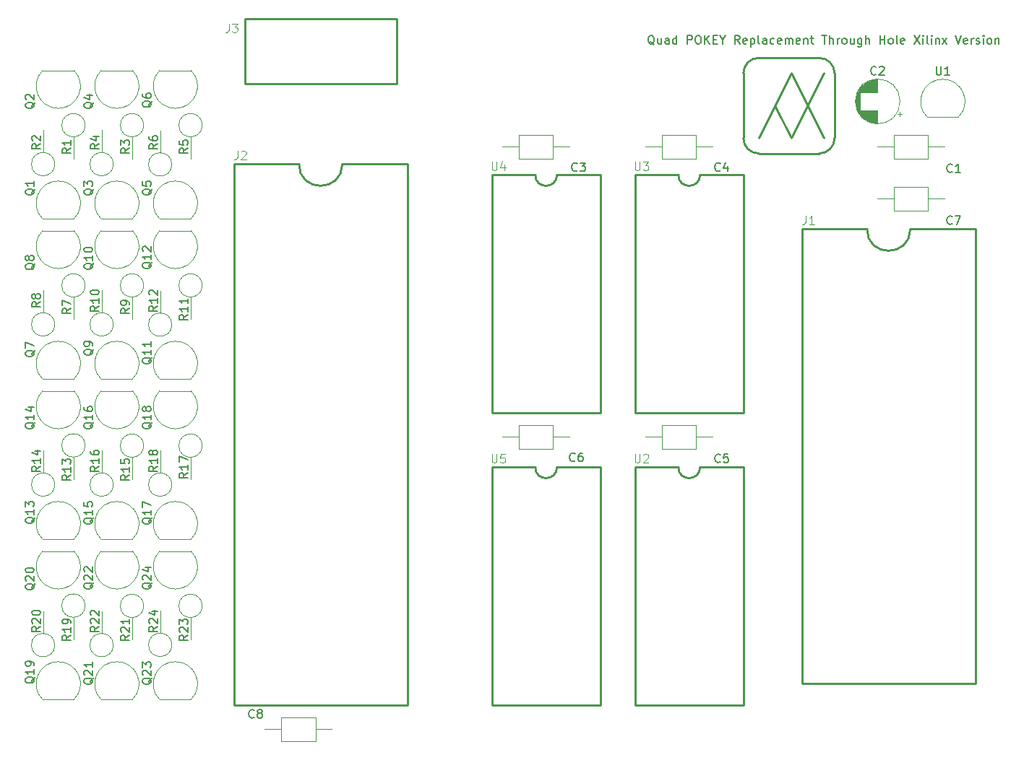
<source format=gbr>
%TF.GenerationSoftware,KiCad,Pcbnew,7.0.9*%
%TF.CreationDate,2024-11-14T04:28:15-07:00*%
%TF.ProjectId,Through_Hole_Quad_Xilinx,5468726f-7567-4685-9f48-6f6c655f5175,rev?*%
%TF.SameCoordinates,Original*%
%TF.FileFunction,Legend,Top*%
%TF.FilePolarity,Positive*%
%FSLAX46Y46*%
G04 Gerber Fmt 4.6, Leading zero omitted, Abs format (unit mm)*
G04 Created by KiCad (PCBNEW 7.0.9) date 2024-11-14 04:28:15*
%MOMM*%
%LPD*%
G01*
G04 APERTURE LIST*
%ADD10C,0.254000*%
%ADD11C,0.150000*%
%ADD12C,0.100000*%
%ADD13C,0.120000*%
G04 APERTURE END LIST*
D10*
X215664051Y-30715950D02*
X222758000Y-30715950D01*
X219474051Y-40132001D02*
X223284051Y-32512001D01*
X213867948Y-40132001D02*
G75*
G03*
X215664051Y-41928052I1796152J101D01*
G01*
X215664051Y-30716000D02*
G75*
G03*
X213868000Y-32512001I-51J-1796000D01*
G01*
X213868000Y-40132001D02*
X213868000Y-32512001D01*
X222758000Y-41928052D02*
X215664051Y-41928052D01*
X217569051Y-36322001D02*
X219474051Y-40132001D01*
X219474051Y-32512001D02*
X223284051Y-40132001D01*
X224554051Y-32512001D02*
X224554051Y-40132001D01*
X215664051Y-40132001D02*
X219474051Y-32512001D01*
X224554050Y-32512001D02*
G75*
G03*
X222758000Y-30715950I-1796050J1D01*
G01*
X222758000Y-41928051D02*
G75*
G03*
X224554051Y-40132001I0J1796051D01*
G01*
D11*
X203441445Y-29175057D02*
X203346207Y-29127438D01*
X203346207Y-29127438D02*
X203250969Y-29032200D01*
X203250969Y-29032200D02*
X203108112Y-28889342D01*
X203108112Y-28889342D02*
X203012874Y-28841723D01*
X203012874Y-28841723D02*
X202917636Y-28841723D01*
X202965255Y-29079819D02*
X202870017Y-29032200D01*
X202870017Y-29032200D02*
X202774779Y-28936961D01*
X202774779Y-28936961D02*
X202727160Y-28746485D01*
X202727160Y-28746485D02*
X202727160Y-28413152D01*
X202727160Y-28413152D02*
X202774779Y-28222676D01*
X202774779Y-28222676D02*
X202870017Y-28127438D01*
X202870017Y-28127438D02*
X202965255Y-28079819D01*
X202965255Y-28079819D02*
X203155731Y-28079819D01*
X203155731Y-28079819D02*
X203250969Y-28127438D01*
X203250969Y-28127438D02*
X203346207Y-28222676D01*
X203346207Y-28222676D02*
X203393826Y-28413152D01*
X203393826Y-28413152D02*
X203393826Y-28746485D01*
X203393826Y-28746485D02*
X203346207Y-28936961D01*
X203346207Y-28936961D02*
X203250969Y-29032200D01*
X203250969Y-29032200D02*
X203155731Y-29079819D01*
X203155731Y-29079819D02*
X202965255Y-29079819D01*
X204250969Y-28413152D02*
X204250969Y-29079819D01*
X203822398Y-28413152D02*
X203822398Y-28936961D01*
X203822398Y-28936961D02*
X203870017Y-29032200D01*
X203870017Y-29032200D02*
X203965255Y-29079819D01*
X203965255Y-29079819D02*
X204108112Y-29079819D01*
X204108112Y-29079819D02*
X204203350Y-29032200D01*
X204203350Y-29032200D02*
X204250969Y-28984580D01*
X205155731Y-29079819D02*
X205155731Y-28556009D01*
X205155731Y-28556009D02*
X205108112Y-28460771D01*
X205108112Y-28460771D02*
X205012874Y-28413152D01*
X205012874Y-28413152D02*
X204822398Y-28413152D01*
X204822398Y-28413152D02*
X204727160Y-28460771D01*
X205155731Y-29032200D02*
X205060493Y-29079819D01*
X205060493Y-29079819D02*
X204822398Y-29079819D01*
X204822398Y-29079819D02*
X204727160Y-29032200D01*
X204727160Y-29032200D02*
X204679541Y-28936961D01*
X204679541Y-28936961D02*
X204679541Y-28841723D01*
X204679541Y-28841723D02*
X204727160Y-28746485D01*
X204727160Y-28746485D02*
X204822398Y-28698866D01*
X204822398Y-28698866D02*
X205060493Y-28698866D01*
X205060493Y-28698866D02*
X205155731Y-28651247D01*
X206060493Y-29079819D02*
X206060493Y-28079819D01*
X206060493Y-29032200D02*
X205965255Y-29079819D01*
X205965255Y-29079819D02*
X205774779Y-29079819D01*
X205774779Y-29079819D02*
X205679541Y-29032200D01*
X205679541Y-29032200D02*
X205631922Y-28984580D01*
X205631922Y-28984580D02*
X205584303Y-28889342D01*
X205584303Y-28889342D02*
X205584303Y-28603628D01*
X205584303Y-28603628D02*
X205631922Y-28508390D01*
X205631922Y-28508390D02*
X205679541Y-28460771D01*
X205679541Y-28460771D02*
X205774779Y-28413152D01*
X205774779Y-28413152D02*
X205965255Y-28413152D01*
X205965255Y-28413152D02*
X206060493Y-28460771D01*
X207298589Y-29079819D02*
X207298589Y-28079819D01*
X207298589Y-28079819D02*
X207679541Y-28079819D01*
X207679541Y-28079819D02*
X207774779Y-28127438D01*
X207774779Y-28127438D02*
X207822398Y-28175057D01*
X207822398Y-28175057D02*
X207870017Y-28270295D01*
X207870017Y-28270295D02*
X207870017Y-28413152D01*
X207870017Y-28413152D02*
X207822398Y-28508390D01*
X207822398Y-28508390D02*
X207774779Y-28556009D01*
X207774779Y-28556009D02*
X207679541Y-28603628D01*
X207679541Y-28603628D02*
X207298589Y-28603628D01*
X208489065Y-28079819D02*
X208679541Y-28079819D01*
X208679541Y-28079819D02*
X208774779Y-28127438D01*
X208774779Y-28127438D02*
X208870017Y-28222676D01*
X208870017Y-28222676D02*
X208917636Y-28413152D01*
X208917636Y-28413152D02*
X208917636Y-28746485D01*
X208917636Y-28746485D02*
X208870017Y-28936961D01*
X208870017Y-28936961D02*
X208774779Y-29032200D01*
X208774779Y-29032200D02*
X208679541Y-29079819D01*
X208679541Y-29079819D02*
X208489065Y-29079819D01*
X208489065Y-29079819D02*
X208393827Y-29032200D01*
X208393827Y-29032200D02*
X208298589Y-28936961D01*
X208298589Y-28936961D02*
X208250970Y-28746485D01*
X208250970Y-28746485D02*
X208250970Y-28413152D01*
X208250970Y-28413152D02*
X208298589Y-28222676D01*
X208298589Y-28222676D02*
X208393827Y-28127438D01*
X208393827Y-28127438D02*
X208489065Y-28079819D01*
X209346208Y-29079819D02*
X209346208Y-28079819D01*
X209917636Y-29079819D02*
X209489065Y-28508390D01*
X209917636Y-28079819D02*
X209346208Y-28651247D01*
X210346208Y-28556009D02*
X210679541Y-28556009D01*
X210822398Y-29079819D02*
X210346208Y-29079819D01*
X210346208Y-29079819D02*
X210346208Y-28079819D01*
X210346208Y-28079819D02*
X210822398Y-28079819D01*
X211441446Y-28603628D02*
X211441446Y-29079819D01*
X211108113Y-28079819D02*
X211441446Y-28603628D01*
X211441446Y-28603628D02*
X211774779Y-28079819D01*
X213441446Y-29079819D02*
X213108113Y-28603628D01*
X212870018Y-29079819D02*
X212870018Y-28079819D01*
X212870018Y-28079819D02*
X213250970Y-28079819D01*
X213250970Y-28079819D02*
X213346208Y-28127438D01*
X213346208Y-28127438D02*
X213393827Y-28175057D01*
X213393827Y-28175057D02*
X213441446Y-28270295D01*
X213441446Y-28270295D02*
X213441446Y-28413152D01*
X213441446Y-28413152D02*
X213393827Y-28508390D01*
X213393827Y-28508390D02*
X213346208Y-28556009D01*
X213346208Y-28556009D02*
X213250970Y-28603628D01*
X213250970Y-28603628D02*
X212870018Y-28603628D01*
X214250970Y-29032200D02*
X214155732Y-29079819D01*
X214155732Y-29079819D02*
X213965256Y-29079819D01*
X213965256Y-29079819D02*
X213870018Y-29032200D01*
X213870018Y-29032200D02*
X213822399Y-28936961D01*
X213822399Y-28936961D02*
X213822399Y-28556009D01*
X213822399Y-28556009D02*
X213870018Y-28460771D01*
X213870018Y-28460771D02*
X213965256Y-28413152D01*
X213965256Y-28413152D02*
X214155732Y-28413152D01*
X214155732Y-28413152D02*
X214250970Y-28460771D01*
X214250970Y-28460771D02*
X214298589Y-28556009D01*
X214298589Y-28556009D02*
X214298589Y-28651247D01*
X214298589Y-28651247D02*
X213822399Y-28746485D01*
X214727161Y-28413152D02*
X214727161Y-29413152D01*
X214727161Y-28460771D02*
X214822399Y-28413152D01*
X214822399Y-28413152D02*
X215012875Y-28413152D01*
X215012875Y-28413152D02*
X215108113Y-28460771D01*
X215108113Y-28460771D02*
X215155732Y-28508390D01*
X215155732Y-28508390D02*
X215203351Y-28603628D01*
X215203351Y-28603628D02*
X215203351Y-28889342D01*
X215203351Y-28889342D02*
X215155732Y-28984580D01*
X215155732Y-28984580D02*
X215108113Y-29032200D01*
X215108113Y-29032200D02*
X215012875Y-29079819D01*
X215012875Y-29079819D02*
X214822399Y-29079819D01*
X214822399Y-29079819D02*
X214727161Y-29032200D01*
X215774780Y-29079819D02*
X215679542Y-29032200D01*
X215679542Y-29032200D02*
X215631923Y-28936961D01*
X215631923Y-28936961D02*
X215631923Y-28079819D01*
X216584304Y-29079819D02*
X216584304Y-28556009D01*
X216584304Y-28556009D02*
X216536685Y-28460771D01*
X216536685Y-28460771D02*
X216441447Y-28413152D01*
X216441447Y-28413152D02*
X216250971Y-28413152D01*
X216250971Y-28413152D02*
X216155733Y-28460771D01*
X216584304Y-29032200D02*
X216489066Y-29079819D01*
X216489066Y-29079819D02*
X216250971Y-29079819D01*
X216250971Y-29079819D02*
X216155733Y-29032200D01*
X216155733Y-29032200D02*
X216108114Y-28936961D01*
X216108114Y-28936961D02*
X216108114Y-28841723D01*
X216108114Y-28841723D02*
X216155733Y-28746485D01*
X216155733Y-28746485D02*
X216250971Y-28698866D01*
X216250971Y-28698866D02*
X216489066Y-28698866D01*
X216489066Y-28698866D02*
X216584304Y-28651247D01*
X217489066Y-29032200D02*
X217393828Y-29079819D01*
X217393828Y-29079819D02*
X217203352Y-29079819D01*
X217203352Y-29079819D02*
X217108114Y-29032200D01*
X217108114Y-29032200D02*
X217060495Y-28984580D01*
X217060495Y-28984580D02*
X217012876Y-28889342D01*
X217012876Y-28889342D02*
X217012876Y-28603628D01*
X217012876Y-28603628D02*
X217060495Y-28508390D01*
X217060495Y-28508390D02*
X217108114Y-28460771D01*
X217108114Y-28460771D02*
X217203352Y-28413152D01*
X217203352Y-28413152D02*
X217393828Y-28413152D01*
X217393828Y-28413152D02*
X217489066Y-28460771D01*
X218298590Y-29032200D02*
X218203352Y-29079819D01*
X218203352Y-29079819D02*
X218012876Y-29079819D01*
X218012876Y-29079819D02*
X217917638Y-29032200D01*
X217917638Y-29032200D02*
X217870019Y-28936961D01*
X217870019Y-28936961D02*
X217870019Y-28556009D01*
X217870019Y-28556009D02*
X217917638Y-28460771D01*
X217917638Y-28460771D02*
X218012876Y-28413152D01*
X218012876Y-28413152D02*
X218203352Y-28413152D01*
X218203352Y-28413152D02*
X218298590Y-28460771D01*
X218298590Y-28460771D02*
X218346209Y-28556009D01*
X218346209Y-28556009D02*
X218346209Y-28651247D01*
X218346209Y-28651247D02*
X217870019Y-28746485D01*
X218774781Y-29079819D02*
X218774781Y-28413152D01*
X218774781Y-28508390D02*
X218822400Y-28460771D01*
X218822400Y-28460771D02*
X218917638Y-28413152D01*
X218917638Y-28413152D02*
X219060495Y-28413152D01*
X219060495Y-28413152D02*
X219155733Y-28460771D01*
X219155733Y-28460771D02*
X219203352Y-28556009D01*
X219203352Y-28556009D02*
X219203352Y-29079819D01*
X219203352Y-28556009D02*
X219250971Y-28460771D01*
X219250971Y-28460771D02*
X219346209Y-28413152D01*
X219346209Y-28413152D02*
X219489066Y-28413152D01*
X219489066Y-28413152D02*
X219584305Y-28460771D01*
X219584305Y-28460771D02*
X219631924Y-28556009D01*
X219631924Y-28556009D02*
X219631924Y-29079819D01*
X220489066Y-29032200D02*
X220393828Y-29079819D01*
X220393828Y-29079819D02*
X220203352Y-29079819D01*
X220203352Y-29079819D02*
X220108114Y-29032200D01*
X220108114Y-29032200D02*
X220060495Y-28936961D01*
X220060495Y-28936961D02*
X220060495Y-28556009D01*
X220060495Y-28556009D02*
X220108114Y-28460771D01*
X220108114Y-28460771D02*
X220203352Y-28413152D01*
X220203352Y-28413152D02*
X220393828Y-28413152D01*
X220393828Y-28413152D02*
X220489066Y-28460771D01*
X220489066Y-28460771D02*
X220536685Y-28556009D01*
X220536685Y-28556009D02*
X220536685Y-28651247D01*
X220536685Y-28651247D02*
X220060495Y-28746485D01*
X220965257Y-28413152D02*
X220965257Y-29079819D01*
X220965257Y-28508390D02*
X221012876Y-28460771D01*
X221012876Y-28460771D02*
X221108114Y-28413152D01*
X221108114Y-28413152D02*
X221250971Y-28413152D01*
X221250971Y-28413152D02*
X221346209Y-28460771D01*
X221346209Y-28460771D02*
X221393828Y-28556009D01*
X221393828Y-28556009D02*
X221393828Y-29079819D01*
X221727162Y-28413152D02*
X222108114Y-28413152D01*
X221870019Y-28079819D02*
X221870019Y-28936961D01*
X221870019Y-28936961D02*
X221917638Y-29032200D01*
X221917638Y-29032200D02*
X222012876Y-29079819D01*
X222012876Y-29079819D02*
X222108114Y-29079819D01*
X223060496Y-28079819D02*
X223631924Y-28079819D01*
X223346210Y-29079819D02*
X223346210Y-28079819D01*
X223965258Y-29079819D02*
X223965258Y-28079819D01*
X224393829Y-29079819D02*
X224393829Y-28556009D01*
X224393829Y-28556009D02*
X224346210Y-28460771D01*
X224346210Y-28460771D02*
X224250972Y-28413152D01*
X224250972Y-28413152D02*
X224108115Y-28413152D01*
X224108115Y-28413152D02*
X224012877Y-28460771D01*
X224012877Y-28460771D02*
X223965258Y-28508390D01*
X224870020Y-29079819D02*
X224870020Y-28413152D01*
X224870020Y-28603628D02*
X224917639Y-28508390D01*
X224917639Y-28508390D02*
X224965258Y-28460771D01*
X224965258Y-28460771D02*
X225060496Y-28413152D01*
X225060496Y-28413152D02*
X225155734Y-28413152D01*
X225631925Y-29079819D02*
X225536687Y-29032200D01*
X225536687Y-29032200D02*
X225489068Y-28984580D01*
X225489068Y-28984580D02*
X225441449Y-28889342D01*
X225441449Y-28889342D02*
X225441449Y-28603628D01*
X225441449Y-28603628D02*
X225489068Y-28508390D01*
X225489068Y-28508390D02*
X225536687Y-28460771D01*
X225536687Y-28460771D02*
X225631925Y-28413152D01*
X225631925Y-28413152D02*
X225774782Y-28413152D01*
X225774782Y-28413152D02*
X225870020Y-28460771D01*
X225870020Y-28460771D02*
X225917639Y-28508390D01*
X225917639Y-28508390D02*
X225965258Y-28603628D01*
X225965258Y-28603628D02*
X225965258Y-28889342D01*
X225965258Y-28889342D02*
X225917639Y-28984580D01*
X225917639Y-28984580D02*
X225870020Y-29032200D01*
X225870020Y-29032200D02*
X225774782Y-29079819D01*
X225774782Y-29079819D02*
X225631925Y-29079819D01*
X226822401Y-28413152D02*
X226822401Y-29079819D01*
X226393830Y-28413152D02*
X226393830Y-28936961D01*
X226393830Y-28936961D02*
X226441449Y-29032200D01*
X226441449Y-29032200D02*
X226536687Y-29079819D01*
X226536687Y-29079819D02*
X226679544Y-29079819D01*
X226679544Y-29079819D02*
X226774782Y-29032200D01*
X226774782Y-29032200D02*
X226822401Y-28984580D01*
X227727163Y-28413152D02*
X227727163Y-29222676D01*
X227727163Y-29222676D02*
X227679544Y-29317914D01*
X227679544Y-29317914D02*
X227631925Y-29365533D01*
X227631925Y-29365533D02*
X227536687Y-29413152D01*
X227536687Y-29413152D02*
X227393830Y-29413152D01*
X227393830Y-29413152D02*
X227298592Y-29365533D01*
X227727163Y-29032200D02*
X227631925Y-29079819D01*
X227631925Y-29079819D02*
X227441449Y-29079819D01*
X227441449Y-29079819D02*
X227346211Y-29032200D01*
X227346211Y-29032200D02*
X227298592Y-28984580D01*
X227298592Y-28984580D02*
X227250973Y-28889342D01*
X227250973Y-28889342D02*
X227250973Y-28603628D01*
X227250973Y-28603628D02*
X227298592Y-28508390D01*
X227298592Y-28508390D02*
X227346211Y-28460771D01*
X227346211Y-28460771D02*
X227441449Y-28413152D01*
X227441449Y-28413152D02*
X227631925Y-28413152D01*
X227631925Y-28413152D02*
X227727163Y-28460771D01*
X228203354Y-29079819D02*
X228203354Y-28079819D01*
X228631925Y-29079819D02*
X228631925Y-28556009D01*
X228631925Y-28556009D02*
X228584306Y-28460771D01*
X228584306Y-28460771D02*
X228489068Y-28413152D01*
X228489068Y-28413152D02*
X228346211Y-28413152D01*
X228346211Y-28413152D02*
X228250973Y-28460771D01*
X228250973Y-28460771D02*
X228203354Y-28508390D01*
X229870021Y-29079819D02*
X229870021Y-28079819D01*
X229870021Y-28556009D02*
X230441449Y-28556009D01*
X230441449Y-29079819D02*
X230441449Y-28079819D01*
X231060497Y-29079819D02*
X230965259Y-29032200D01*
X230965259Y-29032200D02*
X230917640Y-28984580D01*
X230917640Y-28984580D02*
X230870021Y-28889342D01*
X230870021Y-28889342D02*
X230870021Y-28603628D01*
X230870021Y-28603628D02*
X230917640Y-28508390D01*
X230917640Y-28508390D02*
X230965259Y-28460771D01*
X230965259Y-28460771D02*
X231060497Y-28413152D01*
X231060497Y-28413152D02*
X231203354Y-28413152D01*
X231203354Y-28413152D02*
X231298592Y-28460771D01*
X231298592Y-28460771D02*
X231346211Y-28508390D01*
X231346211Y-28508390D02*
X231393830Y-28603628D01*
X231393830Y-28603628D02*
X231393830Y-28889342D01*
X231393830Y-28889342D02*
X231346211Y-28984580D01*
X231346211Y-28984580D02*
X231298592Y-29032200D01*
X231298592Y-29032200D02*
X231203354Y-29079819D01*
X231203354Y-29079819D02*
X231060497Y-29079819D01*
X231965259Y-29079819D02*
X231870021Y-29032200D01*
X231870021Y-29032200D02*
X231822402Y-28936961D01*
X231822402Y-28936961D02*
X231822402Y-28079819D01*
X232727164Y-29032200D02*
X232631926Y-29079819D01*
X232631926Y-29079819D02*
X232441450Y-29079819D01*
X232441450Y-29079819D02*
X232346212Y-29032200D01*
X232346212Y-29032200D02*
X232298593Y-28936961D01*
X232298593Y-28936961D02*
X232298593Y-28556009D01*
X232298593Y-28556009D02*
X232346212Y-28460771D01*
X232346212Y-28460771D02*
X232441450Y-28413152D01*
X232441450Y-28413152D02*
X232631926Y-28413152D01*
X232631926Y-28413152D02*
X232727164Y-28460771D01*
X232727164Y-28460771D02*
X232774783Y-28556009D01*
X232774783Y-28556009D02*
X232774783Y-28651247D01*
X232774783Y-28651247D02*
X232298593Y-28746485D01*
X233870022Y-28079819D02*
X234536688Y-29079819D01*
X234536688Y-28079819D02*
X233870022Y-29079819D01*
X234917641Y-29079819D02*
X234917641Y-28413152D01*
X234917641Y-28079819D02*
X234870022Y-28127438D01*
X234870022Y-28127438D02*
X234917641Y-28175057D01*
X234917641Y-28175057D02*
X234965260Y-28127438D01*
X234965260Y-28127438D02*
X234917641Y-28079819D01*
X234917641Y-28079819D02*
X234917641Y-28175057D01*
X235536688Y-29079819D02*
X235441450Y-29032200D01*
X235441450Y-29032200D02*
X235393831Y-28936961D01*
X235393831Y-28936961D02*
X235393831Y-28079819D01*
X235917641Y-29079819D02*
X235917641Y-28413152D01*
X235917641Y-28079819D02*
X235870022Y-28127438D01*
X235870022Y-28127438D02*
X235917641Y-28175057D01*
X235917641Y-28175057D02*
X235965260Y-28127438D01*
X235965260Y-28127438D02*
X235917641Y-28079819D01*
X235917641Y-28079819D02*
X235917641Y-28175057D01*
X236393831Y-28413152D02*
X236393831Y-29079819D01*
X236393831Y-28508390D02*
X236441450Y-28460771D01*
X236441450Y-28460771D02*
X236536688Y-28413152D01*
X236536688Y-28413152D02*
X236679545Y-28413152D01*
X236679545Y-28413152D02*
X236774783Y-28460771D01*
X236774783Y-28460771D02*
X236822402Y-28556009D01*
X236822402Y-28556009D02*
X236822402Y-29079819D01*
X237203355Y-29079819D02*
X237727164Y-28413152D01*
X237203355Y-28413152D02*
X237727164Y-29079819D01*
X238727165Y-28079819D02*
X239060498Y-29079819D01*
X239060498Y-29079819D02*
X239393831Y-28079819D01*
X240108117Y-29032200D02*
X240012879Y-29079819D01*
X240012879Y-29079819D02*
X239822403Y-29079819D01*
X239822403Y-29079819D02*
X239727165Y-29032200D01*
X239727165Y-29032200D02*
X239679546Y-28936961D01*
X239679546Y-28936961D02*
X239679546Y-28556009D01*
X239679546Y-28556009D02*
X239727165Y-28460771D01*
X239727165Y-28460771D02*
X239822403Y-28413152D01*
X239822403Y-28413152D02*
X240012879Y-28413152D01*
X240012879Y-28413152D02*
X240108117Y-28460771D01*
X240108117Y-28460771D02*
X240155736Y-28556009D01*
X240155736Y-28556009D02*
X240155736Y-28651247D01*
X240155736Y-28651247D02*
X239679546Y-28746485D01*
X240584308Y-29079819D02*
X240584308Y-28413152D01*
X240584308Y-28603628D02*
X240631927Y-28508390D01*
X240631927Y-28508390D02*
X240679546Y-28460771D01*
X240679546Y-28460771D02*
X240774784Y-28413152D01*
X240774784Y-28413152D02*
X240870022Y-28413152D01*
X241155737Y-29032200D02*
X241250975Y-29079819D01*
X241250975Y-29079819D02*
X241441451Y-29079819D01*
X241441451Y-29079819D02*
X241536689Y-29032200D01*
X241536689Y-29032200D02*
X241584308Y-28936961D01*
X241584308Y-28936961D02*
X241584308Y-28889342D01*
X241584308Y-28889342D02*
X241536689Y-28794104D01*
X241536689Y-28794104D02*
X241441451Y-28746485D01*
X241441451Y-28746485D02*
X241298594Y-28746485D01*
X241298594Y-28746485D02*
X241203356Y-28698866D01*
X241203356Y-28698866D02*
X241155737Y-28603628D01*
X241155737Y-28603628D02*
X241155737Y-28556009D01*
X241155737Y-28556009D02*
X241203356Y-28460771D01*
X241203356Y-28460771D02*
X241298594Y-28413152D01*
X241298594Y-28413152D02*
X241441451Y-28413152D01*
X241441451Y-28413152D02*
X241536689Y-28460771D01*
X242012880Y-29079819D02*
X242012880Y-28413152D01*
X242012880Y-28079819D02*
X241965261Y-28127438D01*
X241965261Y-28127438D02*
X242012880Y-28175057D01*
X242012880Y-28175057D02*
X242060499Y-28127438D01*
X242060499Y-28127438D02*
X242012880Y-28079819D01*
X242012880Y-28079819D02*
X242012880Y-28175057D01*
X242631927Y-29079819D02*
X242536689Y-29032200D01*
X242536689Y-29032200D02*
X242489070Y-28984580D01*
X242489070Y-28984580D02*
X242441451Y-28889342D01*
X242441451Y-28889342D02*
X242441451Y-28603628D01*
X242441451Y-28603628D02*
X242489070Y-28508390D01*
X242489070Y-28508390D02*
X242536689Y-28460771D01*
X242536689Y-28460771D02*
X242631927Y-28413152D01*
X242631927Y-28413152D02*
X242774784Y-28413152D01*
X242774784Y-28413152D02*
X242870022Y-28460771D01*
X242870022Y-28460771D02*
X242917641Y-28508390D01*
X242917641Y-28508390D02*
X242965260Y-28603628D01*
X242965260Y-28603628D02*
X242965260Y-28889342D01*
X242965260Y-28889342D02*
X242917641Y-28984580D01*
X242917641Y-28984580D02*
X242870022Y-29032200D01*
X242870022Y-29032200D02*
X242774784Y-29079819D01*
X242774784Y-29079819D02*
X242631927Y-29079819D01*
X243393832Y-28413152D02*
X243393832Y-29079819D01*
X243393832Y-28508390D02*
X243441451Y-28460771D01*
X243441451Y-28460771D02*
X243536689Y-28413152D01*
X243536689Y-28413152D02*
X243679546Y-28413152D01*
X243679546Y-28413152D02*
X243774784Y-28460771D01*
X243774784Y-28460771D02*
X243822403Y-28556009D01*
X243822403Y-28556009D02*
X243822403Y-29079819D01*
X130852057Y-84593428D02*
X130804438Y-84688666D01*
X130804438Y-84688666D02*
X130709200Y-84783904D01*
X130709200Y-84783904D02*
X130566342Y-84926761D01*
X130566342Y-84926761D02*
X130518723Y-85021999D01*
X130518723Y-85021999D02*
X130518723Y-85117237D01*
X130756819Y-85069618D02*
X130709200Y-85164856D01*
X130709200Y-85164856D02*
X130613961Y-85260094D01*
X130613961Y-85260094D02*
X130423485Y-85307713D01*
X130423485Y-85307713D02*
X130090152Y-85307713D01*
X130090152Y-85307713D02*
X129899676Y-85260094D01*
X129899676Y-85260094D02*
X129804438Y-85164856D01*
X129804438Y-85164856D02*
X129756819Y-85069618D01*
X129756819Y-85069618D02*
X129756819Y-84879142D01*
X129756819Y-84879142D02*
X129804438Y-84783904D01*
X129804438Y-84783904D02*
X129899676Y-84688666D01*
X129899676Y-84688666D02*
X130090152Y-84641047D01*
X130090152Y-84641047D02*
X130423485Y-84641047D01*
X130423485Y-84641047D02*
X130613961Y-84688666D01*
X130613961Y-84688666D02*
X130709200Y-84783904D01*
X130709200Y-84783904D02*
X130756819Y-84879142D01*
X130756819Y-84879142D02*
X130756819Y-85069618D01*
X130756819Y-83688666D02*
X130756819Y-84260094D01*
X130756819Y-83974380D02*
X129756819Y-83974380D01*
X129756819Y-83974380D02*
X129899676Y-84069618D01*
X129899676Y-84069618D02*
X129994914Y-84164856D01*
X129994914Y-84164856D02*
X130042533Y-84260094D01*
X129756819Y-83355332D02*
X129756819Y-82736285D01*
X129756819Y-82736285D02*
X130137771Y-83069618D01*
X130137771Y-83069618D02*
X130137771Y-82926761D01*
X130137771Y-82926761D02*
X130185390Y-82831523D01*
X130185390Y-82831523D02*
X130233009Y-82783904D01*
X130233009Y-82783904D02*
X130328247Y-82736285D01*
X130328247Y-82736285D02*
X130566342Y-82736285D01*
X130566342Y-82736285D02*
X130661580Y-82783904D01*
X130661580Y-82783904D02*
X130709200Y-82831523D01*
X130709200Y-82831523D02*
X130756819Y-82926761D01*
X130756819Y-82926761D02*
X130756819Y-83212475D01*
X130756819Y-83212475D02*
X130709200Y-83307713D01*
X130709200Y-83307713D02*
X130661580Y-83355332D01*
X130852057Y-73469428D02*
X130804438Y-73564666D01*
X130804438Y-73564666D02*
X130709200Y-73659904D01*
X130709200Y-73659904D02*
X130566342Y-73802761D01*
X130566342Y-73802761D02*
X130518723Y-73897999D01*
X130518723Y-73897999D02*
X130518723Y-73993237D01*
X130756819Y-73945618D02*
X130709200Y-74040856D01*
X130709200Y-74040856D02*
X130613961Y-74136094D01*
X130613961Y-74136094D02*
X130423485Y-74183713D01*
X130423485Y-74183713D02*
X130090152Y-74183713D01*
X130090152Y-74183713D02*
X129899676Y-74136094D01*
X129899676Y-74136094D02*
X129804438Y-74040856D01*
X129804438Y-74040856D02*
X129756819Y-73945618D01*
X129756819Y-73945618D02*
X129756819Y-73755142D01*
X129756819Y-73755142D02*
X129804438Y-73659904D01*
X129804438Y-73659904D02*
X129899676Y-73564666D01*
X129899676Y-73564666D02*
X130090152Y-73517047D01*
X130090152Y-73517047D02*
X130423485Y-73517047D01*
X130423485Y-73517047D02*
X130613961Y-73564666D01*
X130613961Y-73564666D02*
X130709200Y-73659904D01*
X130709200Y-73659904D02*
X130756819Y-73755142D01*
X130756819Y-73755142D02*
X130756819Y-73945618D01*
X130756819Y-72564666D02*
X130756819Y-73136094D01*
X130756819Y-72850380D02*
X129756819Y-72850380D01*
X129756819Y-72850380D02*
X129899676Y-72945618D01*
X129899676Y-72945618D02*
X129994914Y-73040856D01*
X129994914Y-73040856D02*
X130042533Y-73136094D01*
X130090152Y-71707523D02*
X130756819Y-71707523D01*
X129709200Y-71945618D02*
X130423485Y-72183713D01*
X130423485Y-72183713D02*
X130423485Y-71564666D01*
X135074819Y-79636857D02*
X134598628Y-79970190D01*
X135074819Y-80208285D02*
X134074819Y-80208285D01*
X134074819Y-80208285D02*
X134074819Y-79827333D01*
X134074819Y-79827333D02*
X134122438Y-79732095D01*
X134122438Y-79732095D02*
X134170057Y-79684476D01*
X134170057Y-79684476D02*
X134265295Y-79636857D01*
X134265295Y-79636857D02*
X134408152Y-79636857D01*
X134408152Y-79636857D02*
X134503390Y-79684476D01*
X134503390Y-79684476D02*
X134551009Y-79732095D01*
X134551009Y-79732095D02*
X134598628Y-79827333D01*
X134598628Y-79827333D02*
X134598628Y-80208285D01*
X135074819Y-78684476D02*
X135074819Y-79255904D01*
X135074819Y-78970190D02*
X134074819Y-78970190D01*
X134074819Y-78970190D02*
X134217676Y-79065428D01*
X134217676Y-79065428D02*
X134312914Y-79160666D01*
X134312914Y-79160666D02*
X134360533Y-79255904D01*
X134074819Y-78351142D02*
X134074819Y-77732095D01*
X134074819Y-77732095D02*
X134455771Y-78065428D01*
X134455771Y-78065428D02*
X134455771Y-77922571D01*
X134455771Y-77922571D02*
X134503390Y-77827333D01*
X134503390Y-77827333D02*
X134551009Y-77779714D01*
X134551009Y-77779714D02*
X134646247Y-77732095D01*
X134646247Y-77732095D02*
X134884342Y-77732095D01*
X134884342Y-77732095D02*
X134979580Y-77779714D01*
X134979580Y-77779714D02*
X135027200Y-77827333D01*
X135027200Y-77827333D02*
X135074819Y-77922571D01*
X135074819Y-77922571D02*
X135074819Y-78208285D01*
X135074819Y-78208285D02*
X135027200Y-78303523D01*
X135027200Y-78303523D02*
X134979580Y-78351142D01*
X194397333Y-43927580D02*
X194349714Y-43975200D01*
X194349714Y-43975200D02*
X194206857Y-44022819D01*
X194206857Y-44022819D02*
X194111619Y-44022819D01*
X194111619Y-44022819D02*
X193968762Y-43975200D01*
X193968762Y-43975200D02*
X193873524Y-43879961D01*
X193873524Y-43879961D02*
X193825905Y-43784723D01*
X193825905Y-43784723D02*
X193778286Y-43594247D01*
X193778286Y-43594247D02*
X193778286Y-43451390D01*
X193778286Y-43451390D02*
X193825905Y-43260914D01*
X193825905Y-43260914D02*
X193873524Y-43165676D01*
X193873524Y-43165676D02*
X193968762Y-43070438D01*
X193968762Y-43070438D02*
X194111619Y-43022819D01*
X194111619Y-43022819D02*
X194206857Y-43022819D01*
X194206857Y-43022819D02*
X194349714Y-43070438D01*
X194349714Y-43070438D02*
X194397333Y-43118057D01*
X194730667Y-43022819D02*
X195349714Y-43022819D01*
X195349714Y-43022819D02*
X195016381Y-43403771D01*
X195016381Y-43403771D02*
X195159238Y-43403771D01*
X195159238Y-43403771D02*
X195254476Y-43451390D01*
X195254476Y-43451390D02*
X195302095Y-43499009D01*
X195302095Y-43499009D02*
X195349714Y-43594247D01*
X195349714Y-43594247D02*
X195349714Y-43832342D01*
X195349714Y-43832342D02*
X195302095Y-43927580D01*
X195302095Y-43927580D02*
X195254476Y-43975200D01*
X195254476Y-43975200D02*
X195159238Y-44022819D01*
X195159238Y-44022819D02*
X194873524Y-44022819D01*
X194873524Y-44022819D02*
X194778286Y-43975200D01*
X194778286Y-43975200D02*
X194730667Y-43927580D01*
X135074819Y-60110666D02*
X134598628Y-60443999D01*
X135074819Y-60682094D02*
X134074819Y-60682094D01*
X134074819Y-60682094D02*
X134074819Y-60301142D01*
X134074819Y-60301142D02*
X134122438Y-60205904D01*
X134122438Y-60205904D02*
X134170057Y-60158285D01*
X134170057Y-60158285D02*
X134265295Y-60110666D01*
X134265295Y-60110666D02*
X134408152Y-60110666D01*
X134408152Y-60110666D02*
X134503390Y-60158285D01*
X134503390Y-60158285D02*
X134551009Y-60205904D01*
X134551009Y-60205904D02*
X134598628Y-60301142D01*
X134598628Y-60301142D02*
X134598628Y-60682094D01*
X134074819Y-59777332D02*
X134074819Y-59110666D01*
X134074819Y-59110666D02*
X135074819Y-59539237D01*
X137710057Y-54779428D02*
X137662438Y-54874666D01*
X137662438Y-54874666D02*
X137567200Y-54969904D01*
X137567200Y-54969904D02*
X137424342Y-55112761D01*
X137424342Y-55112761D02*
X137376723Y-55207999D01*
X137376723Y-55207999D02*
X137376723Y-55303237D01*
X137614819Y-55255618D02*
X137567200Y-55350856D01*
X137567200Y-55350856D02*
X137471961Y-55446094D01*
X137471961Y-55446094D02*
X137281485Y-55493713D01*
X137281485Y-55493713D02*
X136948152Y-55493713D01*
X136948152Y-55493713D02*
X136757676Y-55446094D01*
X136757676Y-55446094D02*
X136662438Y-55350856D01*
X136662438Y-55350856D02*
X136614819Y-55255618D01*
X136614819Y-55255618D02*
X136614819Y-55065142D01*
X136614819Y-55065142D02*
X136662438Y-54969904D01*
X136662438Y-54969904D02*
X136757676Y-54874666D01*
X136757676Y-54874666D02*
X136948152Y-54827047D01*
X136948152Y-54827047D02*
X137281485Y-54827047D01*
X137281485Y-54827047D02*
X137471961Y-54874666D01*
X137471961Y-54874666D02*
X137567200Y-54969904D01*
X137567200Y-54969904D02*
X137614819Y-55065142D01*
X137614819Y-55065142D02*
X137614819Y-55255618D01*
X137614819Y-53874666D02*
X137614819Y-54446094D01*
X137614819Y-54160380D02*
X136614819Y-54160380D01*
X136614819Y-54160380D02*
X136757676Y-54255618D01*
X136757676Y-54255618D02*
X136852914Y-54350856D01*
X136852914Y-54350856D02*
X136900533Y-54446094D01*
X136614819Y-53255618D02*
X136614819Y-53160380D01*
X136614819Y-53160380D02*
X136662438Y-53065142D01*
X136662438Y-53065142D02*
X136710057Y-53017523D01*
X136710057Y-53017523D02*
X136805295Y-52969904D01*
X136805295Y-52969904D02*
X136995771Y-52922285D01*
X136995771Y-52922285D02*
X137233866Y-52922285D01*
X137233866Y-52922285D02*
X137424342Y-52969904D01*
X137424342Y-52969904D02*
X137519580Y-53017523D01*
X137519580Y-53017523D02*
X137567200Y-53065142D01*
X137567200Y-53065142D02*
X137614819Y-53160380D01*
X137614819Y-53160380D02*
X137614819Y-53255618D01*
X137614819Y-53255618D02*
X137567200Y-53350856D01*
X137567200Y-53350856D02*
X137519580Y-53398475D01*
X137519580Y-53398475D02*
X137424342Y-53446094D01*
X137424342Y-53446094D02*
X137233866Y-53493713D01*
X137233866Y-53493713D02*
X136995771Y-53493713D01*
X136995771Y-53493713D02*
X136805295Y-53446094D01*
X136805295Y-53446094D02*
X136710057Y-53398475D01*
X136710057Y-53398475D02*
X136662438Y-53350856D01*
X136662438Y-53350856D02*
X136614819Y-53255618D01*
X131518819Y-40806666D02*
X131042628Y-41139999D01*
X131518819Y-41378094D02*
X130518819Y-41378094D01*
X130518819Y-41378094D02*
X130518819Y-40997142D01*
X130518819Y-40997142D02*
X130566438Y-40901904D01*
X130566438Y-40901904D02*
X130614057Y-40854285D01*
X130614057Y-40854285D02*
X130709295Y-40806666D01*
X130709295Y-40806666D02*
X130852152Y-40806666D01*
X130852152Y-40806666D02*
X130947390Y-40854285D01*
X130947390Y-40854285D02*
X130995009Y-40901904D01*
X130995009Y-40901904D02*
X131042628Y-40997142D01*
X131042628Y-40997142D02*
X131042628Y-41378094D01*
X130614057Y-40425713D02*
X130566438Y-40378094D01*
X130566438Y-40378094D02*
X130518819Y-40282856D01*
X130518819Y-40282856D02*
X130518819Y-40044761D01*
X130518819Y-40044761D02*
X130566438Y-39949523D01*
X130566438Y-39949523D02*
X130614057Y-39901904D01*
X130614057Y-39901904D02*
X130709295Y-39854285D01*
X130709295Y-39854285D02*
X130804533Y-39854285D01*
X130804533Y-39854285D02*
X130947390Y-39901904D01*
X130947390Y-39901904D02*
X131518819Y-40473332D01*
X131518819Y-40473332D02*
X131518819Y-39854285D01*
X229417333Y-32617580D02*
X229369714Y-32665200D01*
X229369714Y-32665200D02*
X229226857Y-32712819D01*
X229226857Y-32712819D02*
X229131619Y-32712819D01*
X229131619Y-32712819D02*
X228988762Y-32665200D01*
X228988762Y-32665200D02*
X228893524Y-32569961D01*
X228893524Y-32569961D02*
X228845905Y-32474723D01*
X228845905Y-32474723D02*
X228798286Y-32284247D01*
X228798286Y-32284247D02*
X228798286Y-32141390D01*
X228798286Y-32141390D02*
X228845905Y-31950914D01*
X228845905Y-31950914D02*
X228893524Y-31855676D01*
X228893524Y-31855676D02*
X228988762Y-31760438D01*
X228988762Y-31760438D02*
X229131619Y-31712819D01*
X229131619Y-31712819D02*
X229226857Y-31712819D01*
X229226857Y-31712819D02*
X229369714Y-31760438D01*
X229369714Y-31760438D02*
X229417333Y-31808057D01*
X229798286Y-31808057D02*
X229845905Y-31760438D01*
X229845905Y-31760438D02*
X229941143Y-31712819D01*
X229941143Y-31712819D02*
X230179238Y-31712819D01*
X230179238Y-31712819D02*
X230274476Y-31760438D01*
X230274476Y-31760438D02*
X230322095Y-31808057D01*
X230322095Y-31808057D02*
X230369714Y-31903295D01*
X230369714Y-31903295D02*
X230369714Y-31998533D01*
X230369714Y-31998533D02*
X230322095Y-32141390D01*
X230322095Y-32141390D02*
X229750667Y-32712819D01*
X229750667Y-32712819D02*
X230369714Y-32712819D01*
X238339333Y-44047580D02*
X238291714Y-44095200D01*
X238291714Y-44095200D02*
X238148857Y-44142819D01*
X238148857Y-44142819D02*
X238053619Y-44142819D01*
X238053619Y-44142819D02*
X237910762Y-44095200D01*
X237910762Y-44095200D02*
X237815524Y-43999961D01*
X237815524Y-43999961D02*
X237767905Y-43904723D01*
X237767905Y-43904723D02*
X237720286Y-43714247D01*
X237720286Y-43714247D02*
X237720286Y-43571390D01*
X237720286Y-43571390D02*
X237767905Y-43380914D01*
X237767905Y-43380914D02*
X237815524Y-43285676D01*
X237815524Y-43285676D02*
X237910762Y-43190438D01*
X237910762Y-43190438D02*
X238053619Y-43142819D01*
X238053619Y-43142819D02*
X238148857Y-43142819D01*
X238148857Y-43142819D02*
X238291714Y-43190438D01*
X238291714Y-43190438D02*
X238339333Y-43238057D01*
X239291714Y-44142819D02*
X238720286Y-44142819D01*
X239006000Y-44142819D02*
X239006000Y-43142819D01*
X239006000Y-43142819D02*
X238910762Y-43285676D01*
X238910762Y-43285676D02*
X238815524Y-43380914D01*
X238815524Y-43380914D02*
X238720286Y-43428533D01*
X144568057Y-35761238D02*
X144520438Y-35856476D01*
X144520438Y-35856476D02*
X144425200Y-35951714D01*
X144425200Y-35951714D02*
X144282342Y-36094571D01*
X144282342Y-36094571D02*
X144234723Y-36189809D01*
X144234723Y-36189809D02*
X144234723Y-36285047D01*
X144472819Y-36237428D02*
X144425200Y-36332666D01*
X144425200Y-36332666D02*
X144329961Y-36427904D01*
X144329961Y-36427904D02*
X144139485Y-36475523D01*
X144139485Y-36475523D02*
X143806152Y-36475523D01*
X143806152Y-36475523D02*
X143615676Y-36427904D01*
X143615676Y-36427904D02*
X143520438Y-36332666D01*
X143520438Y-36332666D02*
X143472819Y-36237428D01*
X143472819Y-36237428D02*
X143472819Y-36046952D01*
X143472819Y-36046952D02*
X143520438Y-35951714D01*
X143520438Y-35951714D02*
X143615676Y-35856476D01*
X143615676Y-35856476D02*
X143806152Y-35808857D01*
X143806152Y-35808857D02*
X144139485Y-35808857D01*
X144139485Y-35808857D02*
X144329961Y-35856476D01*
X144329961Y-35856476D02*
X144425200Y-35951714D01*
X144425200Y-35951714D02*
X144472819Y-36046952D01*
X144472819Y-36046952D02*
X144472819Y-36237428D01*
X143472819Y-34951714D02*
X143472819Y-35142190D01*
X143472819Y-35142190D02*
X143520438Y-35237428D01*
X143520438Y-35237428D02*
X143568057Y-35285047D01*
X143568057Y-35285047D02*
X143710914Y-35380285D01*
X143710914Y-35380285D02*
X143901390Y-35427904D01*
X143901390Y-35427904D02*
X144282342Y-35427904D01*
X144282342Y-35427904D02*
X144377580Y-35380285D01*
X144377580Y-35380285D02*
X144425200Y-35332666D01*
X144425200Y-35332666D02*
X144472819Y-35237428D01*
X144472819Y-35237428D02*
X144472819Y-35046952D01*
X144472819Y-35046952D02*
X144425200Y-34951714D01*
X144425200Y-34951714D02*
X144377580Y-34904095D01*
X144377580Y-34904095D02*
X144282342Y-34856476D01*
X144282342Y-34856476D02*
X144044247Y-34856476D01*
X144044247Y-34856476D02*
X143949009Y-34904095D01*
X143949009Y-34904095D02*
X143901390Y-34951714D01*
X143901390Y-34951714D02*
X143853771Y-35046952D01*
X143853771Y-35046952D02*
X143853771Y-35237428D01*
X143853771Y-35237428D02*
X143901390Y-35332666D01*
X143901390Y-35332666D02*
X143949009Y-35380285D01*
X143949009Y-35380285D02*
X144044247Y-35427904D01*
X236474095Y-31708819D02*
X236474095Y-32518342D01*
X236474095Y-32518342D02*
X236521714Y-32613580D01*
X236521714Y-32613580D02*
X236569333Y-32661200D01*
X236569333Y-32661200D02*
X236664571Y-32708819D01*
X236664571Y-32708819D02*
X236855047Y-32708819D01*
X236855047Y-32708819D02*
X236950285Y-32661200D01*
X236950285Y-32661200D02*
X236997904Y-32613580D01*
X236997904Y-32613580D02*
X237045523Y-32518342D01*
X237045523Y-32518342D02*
X237045523Y-31708819D01*
X238045523Y-32708819D02*
X237474095Y-32708819D01*
X237759809Y-32708819D02*
X237759809Y-31708819D01*
X237759809Y-31708819D02*
X237664571Y-31851676D01*
X237664571Y-31851676D02*
X237569333Y-31946914D01*
X237569333Y-31946914D02*
X237474095Y-31994533D01*
X130852057Y-92371428D02*
X130804438Y-92466666D01*
X130804438Y-92466666D02*
X130709200Y-92561904D01*
X130709200Y-92561904D02*
X130566342Y-92704761D01*
X130566342Y-92704761D02*
X130518723Y-92799999D01*
X130518723Y-92799999D02*
X130518723Y-92895237D01*
X130756819Y-92847618D02*
X130709200Y-92942856D01*
X130709200Y-92942856D02*
X130613961Y-93038094D01*
X130613961Y-93038094D02*
X130423485Y-93085713D01*
X130423485Y-93085713D02*
X130090152Y-93085713D01*
X130090152Y-93085713D02*
X129899676Y-93038094D01*
X129899676Y-93038094D02*
X129804438Y-92942856D01*
X129804438Y-92942856D02*
X129756819Y-92847618D01*
X129756819Y-92847618D02*
X129756819Y-92657142D01*
X129756819Y-92657142D02*
X129804438Y-92561904D01*
X129804438Y-92561904D02*
X129899676Y-92466666D01*
X129899676Y-92466666D02*
X130090152Y-92419047D01*
X130090152Y-92419047D02*
X130423485Y-92419047D01*
X130423485Y-92419047D02*
X130613961Y-92466666D01*
X130613961Y-92466666D02*
X130709200Y-92561904D01*
X130709200Y-92561904D02*
X130756819Y-92657142D01*
X130756819Y-92657142D02*
X130756819Y-92847618D01*
X129852057Y-92038094D02*
X129804438Y-91990475D01*
X129804438Y-91990475D02*
X129756819Y-91895237D01*
X129756819Y-91895237D02*
X129756819Y-91657142D01*
X129756819Y-91657142D02*
X129804438Y-91561904D01*
X129804438Y-91561904D02*
X129852057Y-91514285D01*
X129852057Y-91514285D02*
X129947295Y-91466666D01*
X129947295Y-91466666D02*
X130042533Y-91466666D01*
X130042533Y-91466666D02*
X130185390Y-91514285D01*
X130185390Y-91514285D02*
X130756819Y-92085713D01*
X130756819Y-92085713D02*
X130756819Y-91466666D01*
X129756819Y-90847618D02*
X129756819Y-90752380D01*
X129756819Y-90752380D02*
X129804438Y-90657142D01*
X129804438Y-90657142D02*
X129852057Y-90609523D01*
X129852057Y-90609523D02*
X129947295Y-90561904D01*
X129947295Y-90561904D02*
X130137771Y-90514285D01*
X130137771Y-90514285D02*
X130375866Y-90514285D01*
X130375866Y-90514285D02*
X130566342Y-90561904D01*
X130566342Y-90561904D02*
X130661580Y-90609523D01*
X130661580Y-90609523D02*
X130709200Y-90657142D01*
X130709200Y-90657142D02*
X130756819Y-90752380D01*
X130756819Y-90752380D02*
X130756819Y-90847618D01*
X130756819Y-90847618D02*
X130709200Y-90942856D01*
X130709200Y-90942856D02*
X130661580Y-90990475D01*
X130661580Y-90990475D02*
X130566342Y-91038094D01*
X130566342Y-91038094D02*
X130375866Y-91085713D01*
X130375866Y-91085713D02*
X130137771Y-91085713D01*
X130137771Y-91085713D02*
X129947295Y-91038094D01*
X129947295Y-91038094D02*
X129852057Y-90990475D01*
X129852057Y-90990475D02*
X129804438Y-90942856D01*
X129804438Y-90942856D02*
X129756819Y-90847618D01*
X144568057Y-65849428D02*
X144520438Y-65944666D01*
X144520438Y-65944666D02*
X144425200Y-66039904D01*
X144425200Y-66039904D02*
X144282342Y-66182761D01*
X144282342Y-66182761D02*
X144234723Y-66277999D01*
X144234723Y-66277999D02*
X144234723Y-66373237D01*
X144472819Y-66325618D02*
X144425200Y-66420856D01*
X144425200Y-66420856D02*
X144329961Y-66516094D01*
X144329961Y-66516094D02*
X144139485Y-66563713D01*
X144139485Y-66563713D02*
X143806152Y-66563713D01*
X143806152Y-66563713D02*
X143615676Y-66516094D01*
X143615676Y-66516094D02*
X143520438Y-66420856D01*
X143520438Y-66420856D02*
X143472819Y-66325618D01*
X143472819Y-66325618D02*
X143472819Y-66135142D01*
X143472819Y-66135142D02*
X143520438Y-66039904D01*
X143520438Y-66039904D02*
X143615676Y-65944666D01*
X143615676Y-65944666D02*
X143806152Y-65897047D01*
X143806152Y-65897047D02*
X144139485Y-65897047D01*
X144139485Y-65897047D02*
X144329961Y-65944666D01*
X144329961Y-65944666D02*
X144425200Y-66039904D01*
X144425200Y-66039904D02*
X144472819Y-66135142D01*
X144472819Y-66135142D02*
X144472819Y-66325618D01*
X144472819Y-64944666D02*
X144472819Y-65516094D01*
X144472819Y-65230380D02*
X143472819Y-65230380D01*
X143472819Y-65230380D02*
X143615676Y-65325618D01*
X143615676Y-65325618D02*
X143710914Y-65420856D01*
X143710914Y-65420856D02*
X143758533Y-65516094D01*
X144472819Y-63992285D02*
X144472819Y-64563713D01*
X144472819Y-64277999D02*
X143472819Y-64277999D01*
X143472819Y-64277999D02*
X143615676Y-64373237D01*
X143615676Y-64373237D02*
X143710914Y-64468475D01*
X143710914Y-64468475D02*
X143758533Y-64563713D01*
X144568057Y-73469428D02*
X144520438Y-73564666D01*
X144520438Y-73564666D02*
X144425200Y-73659904D01*
X144425200Y-73659904D02*
X144282342Y-73802761D01*
X144282342Y-73802761D02*
X144234723Y-73897999D01*
X144234723Y-73897999D02*
X144234723Y-73993237D01*
X144472819Y-73945618D02*
X144425200Y-74040856D01*
X144425200Y-74040856D02*
X144329961Y-74136094D01*
X144329961Y-74136094D02*
X144139485Y-74183713D01*
X144139485Y-74183713D02*
X143806152Y-74183713D01*
X143806152Y-74183713D02*
X143615676Y-74136094D01*
X143615676Y-74136094D02*
X143520438Y-74040856D01*
X143520438Y-74040856D02*
X143472819Y-73945618D01*
X143472819Y-73945618D02*
X143472819Y-73755142D01*
X143472819Y-73755142D02*
X143520438Y-73659904D01*
X143520438Y-73659904D02*
X143615676Y-73564666D01*
X143615676Y-73564666D02*
X143806152Y-73517047D01*
X143806152Y-73517047D02*
X144139485Y-73517047D01*
X144139485Y-73517047D02*
X144329961Y-73564666D01*
X144329961Y-73564666D02*
X144425200Y-73659904D01*
X144425200Y-73659904D02*
X144472819Y-73755142D01*
X144472819Y-73755142D02*
X144472819Y-73945618D01*
X144472819Y-72564666D02*
X144472819Y-73136094D01*
X144472819Y-72850380D02*
X143472819Y-72850380D01*
X143472819Y-72850380D02*
X143615676Y-72945618D01*
X143615676Y-72945618D02*
X143710914Y-73040856D01*
X143710914Y-73040856D02*
X143758533Y-73136094D01*
X143901390Y-71993237D02*
X143853771Y-72088475D01*
X143853771Y-72088475D02*
X143806152Y-72136094D01*
X143806152Y-72136094D02*
X143710914Y-72183713D01*
X143710914Y-72183713D02*
X143663295Y-72183713D01*
X143663295Y-72183713D02*
X143568057Y-72136094D01*
X143568057Y-72136094D02*
X143520438Y-72088475D01*
X143520438Y-72088475D02*
X143472819Y-71993237D01*
X143472819Y-71993237D02*
X143472819Y-71802761D01*
X143472819Y-71802761D02*
X143520438Y-71707523D01*
X143520438Y-71707523D02*
X143568057Y-71659904D01*
X143568057Y-71659904D02*
X143663295Y-71612285D01*
X143663295Y-71612285D02*
X143710914Y-71612285D01*
X143710914Y-71612285D02*
X143806152Y-71659904D01*
X143806152Y-71659904D02*
X143853771Y-71707523D01*
X143853771Y-71707523D02*
X143901390Y-71802761D01*
X143901390Y-71802761D02*
X143901390Y-71993237D01*
X143901390Y-71993237D02*
X143949009Y-72088475D01*
X143949009Y-72088475D02*
X143996628Y-72136094D01*
X143996628Y-72136094D02*
X144091866Y-72183713D01*
X144091866Y-72183713D02*
X144282342Y-72183713D01*
X144282342Y-72183713D02*
X144377580Y-72136094D01*
X144377580Y-72136094D02*
X144425200Y-72088475D01*
X144425200Y-72088475D02*
X144472819Y-71993237D01*
X144472819Y-71993237D02*
X144472819Y-71802761D01*
X144472819Y-71802761D02*
X144425200Y-71707523D01*
X144425200Y-71707523D02*
X144377580Y-71659904D01*
X144377580Y-71659904D02*
X144282342Y-71612285D01*
X144282342Y-71612285D02*
X144091866Y-71612285D01*
X144091866Y-71612285D02*
X143996628Y-71659904D01*
X143996628Y-71659904D02*
X143949009Y-71707523D01*
X143949009Y-71707523D02*
X143901390Y-71802761D01*
X194143333Y-77963580D02*
X194095714Y-78011200D01*
X194095714Y-78011200D02*
X193952857Y-78058819D01*
X193952857Y-78058819D02*
X193857619Y-78058819D01*
X193857619Y-78058819D02*
X193714762Y-78011200D01*
X193714762Y-78011200D02*
X193619524Y-77915961D01*
X193619524Y-77915961D02*
X193571905Y-77820723D01*
X193571905Y-77820723D02*
X193524286Y-77630247D01*
X193524286Y-77630247D02*
X193524286Y-77487390D01*
X193524286Y-77487390D02*
X193571905Y-77296914D01*
X193571905Y-77296914D02*
X193619524Y-77201676D01*
X193619524Y-77201676D02*
X193714762Y-77106438D01*
X193714762Y-77106438D02*
X193857619Y-77058819D01*
X193857619Y-77058819D02*
X193952857Y-77058819D01*
X193952857Y-77058819D02*
X194095714Y-77106438D01*
X194095714Y-77106438D02*
X194143333Y-77154057D01*
X195000476Y-77058819D02*
X194810000Y-77058819D01*
X194810000Y-77058819D02*
X194714762Y-77106438D01*
X194714762Y-77106438D02*
X194667143Y-77154057D01*
X194667143Y-77154057D02*
X194571905Y-77296914D01*
X194571905Y-77296914D02*
X194524286Y-77487390D01*
X194524286Y-77487390D02*
X194524286Y-77868342D01*
X194524286Y-77868342D02*
X194571905Y-77963580D01*
X194571905Y-77963580D02*
X194619524Y-78011200D01*
X194619524Y-78011200D02*
X194714762Y-78058819D01*
X194714762Y-78058819D02*
X194905238Y-78058819D01*
X194905238Y-78058819D02*
X195000476Y-78011200D01*
X195000476Y-78011200D02*
X195048095Y-77963580D01*
X195048095Y-77963580D02*
X195095714Y-77868342D01*
X195095714Y-77868342D02*
X195095714Y-77630247D01*
X195095714Y-77630247D02*
X195048095Y-77535009D01*
X195048095Y-77535009D02*
X195000476Y-77487390D01*
X195000476Y-77487390D02*
X194905238Y-77439771D01*
X194905238Y-77439771D02*
X194714762Y-77439771D01*
X194714762Y-77439771D02*
X194619524Y-77487390D01*
X194619524Y-77487390D02*
X194571905Y-77535009D01*
X194571905Y-77535009D02*
X194524286Y-77630247D01*
X145234819Y-40806666D02*
X144758628Y-41139999D01*
X145234819Y-41378094D02*
X144234819Y-41378094D01*
X144234819Y-41378094D02*
X144234819Y-40997142D01*
X144234819Y-40997142D02*
X144282438Y-40901904D01*
X144282438Y-40901904D02*
X144330057Y-40854285D01*
X144330057Y-40854285D02*
X144425295Y-40806666D01*
X144425295Y-40806666D02*
X144568152Y-40806666D01*
X144568152Y-40806666D02*
X144663390Y-40854285D01*
X144663390Y-40854285D02*
X144711009Y-40901904D01*
X144711009Y-40901904D02*
X144758628Y-40997142D01*
X144758628Y-40997142D02*
X144758628Y-41378094D01*
X144234819Y-39949523D02*
X144234819Y-40139999D01*
X144234819Y-40139999D02*
X144282438Y-40235237D01*
X144282438Y-40235237D02*
X144330057Y-40282856D01*
X144330057Y-40282856D02*
X144472914Y-40378094D01*
X144472914Y-40378094D02*
X144663390Y-40425713D01*
X144663390Y-40425713D02*
X145044342Y-40425713D01*
X145044342Y-40425713D02*
X145139580Y-40378094D01*
X145139580Y-40378094D02*
X145187200Y-40330475D01*
X145187200Y-40330475D02*
X145234819Y-40235237D01*
X145234819Y-40235237D02*
X145234819Y-40044761D01*
X145234819Y-40044761D02*
X145187200Y-39949523D01*
X145187200Y-39949523D02*
X145139580Y-39901904D01*
X145139580Y-39901904D02*
X145044342Y-39854285D01*
X145044342Y-39854285D02*
X144806247Y-39854285D01*
X144806247Y-39854285D02*
X144711009Y-39901904D01*
X144711009Y-39901904D02*
X144663390Y-39949523D01*
X144663390Y-39949523D02*
X144615771Y-40044761D01*
X144615771Y-40044761D02*
X144615771Y-40235237D01*
X144615771Y-40235237D02*
X144663390Y-40330475D01*
X144663390Y-40330475D02*
X144711009Y-40378094D01*
X144711009Y-40378094D02*
X144806247Y-40425713D01*
X137710057Y-64865238D02*
X137662438Y-64960476D01*
X137662438Y-64960476D02*
X137567200Y-65055714D01*
X137567200Y-65055714D02*
X137424342Y-65198571D01*
X137424342Y-65198571D02*
X137376723Y-65293809D01*
X137376723Y-65293809D02*
X137376723Y-65389047D01*
X137614819Y-65341428D02*
X137567200Y-65436666D01*
X137567200Y-65436666D02*
X137471961Y-65531904D01*
X137471961Y-65531904D02*
X137281485Y-65579523D01*
X137281485Y-65579523D02*
X136948152Y-65579523D01*
X136948152Y-65579523D02*
X136757676Y-65531904D01*
X136757676Y-65531904D02*
X136662438Y-65436666D01*
X136662438Y-65436666D02*
X136614819Y-65341428D01*
X136614819Y-65341428D02*
X136614819Y-65150952D01*
X136614819Y-65150952D02*
X136662438Y-65055714D01*
X136662438Y-65055714D02*
X136757676Y-64960476D01*
X136757676Y-64960476D02*
X136948152Y-64912857D01*
X136948152Y-64912857D02*
X137281485Y-64912857D01*
X137281485Y-64912857D02*
X137471961Y-64960476D01*
X137471961Y-64960476D02*
X137567200Y-65055714D01*
X137567200Y-65055714D02*
X137614819Y-65150952D01*
X137614819Y-65150952D02*
X137614819Y-65341428D01*
X137614819Y-64436666D02*
X137614819Y-64246190D01*
X137614819Y-64246190D02*
X137567200Y-64150952D01*
X137567200Y-64150952D02*
X137519580Y-64103333D01*
X137519580Y-64103333D02*
X137376723Y-64008095D01*
X137376723Y-64008095D02*
X137186247Y-63960476D01*
X137186247Y-63960476D02*
X136805295Y-63960476D01*
X136805295Y-63960476D02*
X136710057Y-64008095D01*
X136710057Y-64008095D02*
X136662438Y-64055714D01*
X136662438Y-64055714D02*
X136614819Y-64150952D01*
X136614819Y-64150952D02*
X136614819Y-64341428D01*
X136614819Y-64341428D02*
X136662438Y-64436666D01*
X136662438Y-64436666D02*
X136710057Y-64484285D01*
X136710057Y-64484285D02*
X136805295Y-64531904D01*
X136805295Y-64531904D02*
X137043390Y-64531904D01*
X137043390Y-64531904D02*
X137138628Y-64484285D01*
X137138628Y-64484285D02*
X137186247Y-64436666D01*
X137186247Y-64436666D02*
X137233866Y-64341428D01*
X137233866Y-64341428D02*
X137233866Y-64150952D01*
X137233866Y-64150952D02*
X137186247Y-64055714D01*
X137186247Y-64055714D02*
X137138628Y-64008095D01*
X137138628Y-64008095D02*
X137043390Y-63960476D01*
X138376819Y-40806666D02*
X137900628Y-41139999D01*
X138376819Y-41378094D02*
X137376819Y-41378094D01*
X137376819Y-41378094D02*
X137376819Y-40997142D01*
X137376819Y-40997142D02*
X137424438Y-40901904D01*
X137424438Y-40901904D02*
X137472057Y-40854285D01*
X137472057Y-40854285D02*
X137567295Y-40806666D01*
X137567295Y-40806666D02*
X137710152Y-40806666D01*
X137710152Y-40806666D02*
X137805390Y-40854285D01*
X137805390Y-40854285D02*
X137853009Y-40901904D01*
X137853009Y-40901904D02*
X137900628Y-40997142D01*
X137900628Y-40997142D02*
X137900628Y-41378094D01*
X137710152Y-39949523D02*
X138376819Y-39949523D01*
X137329200Y-40187618D02*
X138043485Y-40425713D01*
X138043485Y-40425713D02*
X138043485Y-39806666D01*
X145234819Y-78620857D02*
X144758628Y-78954190D01*
X145234819Y-79192285D02*
X144234819Y-79192285D01*
X144234819Y-79192285D02*
X144234819Y-78811333D01*
X144234819Y-78811333D02*
X144282438Y-78716095D01*
X144282438Y-78716095D02*
X144330057Y-78668476D01*
X144330057Y-78668476D02*
X144425295Y-78620857D01*
X144425295Y-78620857D02*
X144568152Y-78620857D01*
X144568152Y-78620857D02*
X144663390Y-78668476D01*
X144663390Y-78668476D02*
X144711009Y-78716095D01*
X144711009Y-78716095D02*
X144758628Y-78811333D01*
X144758628Y-78811333D02*
X144758628Y-79192285D01*
X145234819Y-77668476D02*
X145234819Y-78239904D01*
X145234819Y-77954190D02*
X144234819Y-77954190D01*
X144234819Y-77954190D02*
X144377676Y-78049428D01*
X144377676Y-78049428D02*
X144472914Y-78144666D01*
X144472914Y-78144666D02*
X144520533Y-78239904D01*
X144663390Y-77097047D02*
X144615771Y-77192285D01*
X144615771Y-77192285D02*
X144568152Y-77239904D01*
X144568152Y-77239904D02*
X144472914Y-77287523D01*
X144472914Y-77287523D02*
X144425295Y-77287523D01*
X144425295Y-77287523D02*
X144330057Y-77239904D01*
X144330057Y-77239904D02*
X144282438Y-77192285D01*
X144282438Y-77192285D02*
X144234819Y-77097047D01*
X144234819Y-77097047D02*
X144234819Y-76906571D01*
X144234819Y-76906571D02*
X144282438Y-76811333D01*
X144282438Y-76811333D02*
X144330057Y-76763714D01*
X144330057Y-76763714D02*
X144425295Y-76716095D01*
X144425295Y-76716095D02*
X144472914Y-76716095D01*
X144472914Y-76716095D02*
X144568152Y-76763714D01*
X144568152Y-76763714D02*
X144615771Y-76811333D01*
X144615771Y-76811333D02*
X144663390Y-76906571D01*
X144663390Y-76906571D02*
X144663390Y-77097047D01*
X144663390Y-77097047D02*
X144711009Y-77192285D01*
X144711009Y-77192285D02*
X144758628Y-77239904D01*
X144758628Y-77239904D02*
X144853866Y-77287523D01*
X144853866Y-77287523D02*
X145044342Y-77287523D01*
X145044342Y-77287523D02*
X145139580Y-77239904D01*
X145139580Y-77239904D02*
X145187200Y-77192285D01*
X145187200Y-77192285D02*
X145234819Y-77097047D01*
X145234819Y-77097047D02*
X145234819Y-76906571D01*
X145234819Y-76906571D02*
X145187200Y-76811333D01*
X145187200Y-76811333D02*
X145139580Y-76763714D01*
X145139580Y-76763714D02*
X145044342Y-76716095D01*
X145044342Y-76716095D02*
X144853866Y-76716095D01*
X144853866Y-76716095D02*
X144758628Y-76763714D01*
X144758628Y-76763714D02*
X144711009Y-76811333D01*
X144711009Y-76811333D02*
X144663390Y-76906571D01*
X130852057Y-46069238D02*
X130804438Y-46164476D01*
X130804438Y-46164476D02*
X130709200Y-46259714D01*
X130709200Y-46259714D02*
X130566342Y-46402571D01*
X130566342Y-46402571D02*
X130518723Y-46497809D01*
X130518723Y-46497809D02*
X130518723Y-46593047D01*
X130756819Y-46545428D02*
X130709200Y-46640666D01*
X130709200Y-46640666D02*
X130613961Y-46735904D01*
X130613961Y-46735904D02*
X130423485Y-46783523D01*
X130423485Y-46783523D02*
X130090152Y-46783523D01*
X130090152Y-46783523D02*
X129899676Y-46735904D01*
X129899676Y-46735904D02*
X129804438Y-46640666D01*
X129804438Y-46640666D02*
X129756819Y-46545428D01*
X129756819Y-46545428D02*
X129756819Y-46354952D01*
X129756819Y-46354952D02*
X129804438Y-46259714D01*
X129804438Y-46259714D02*
X129899676Y-46164476D01*
X129899676Y-46164476D02*
X130090152Y-46116857D01*
X130090152Y-46116857D02*
X130423485Y-46116857D01*
X130423485Y-46116857D02*
X130613961Y-46164476D01*
X130613961Y-46164476D02*
X130709200Y-46259714D01*
X130709200Y-46259714D02*
X130756819Y-46354952D01*
X130756819Y-46354952D02*
X130756819Y-46545428D01*
X130756819Y-45164476D02*
X130756819Y-45735904D01*
X130756819Y-45450190D02*
X129756819Y-45450190D01*
X129756819Y-45450190D02*
X129899676Y-45545428D01*
X129899676Y-45545428D02*
X129994914Y-45640666D01*
X129994914Y-45640666D02*
X130042533Y-45735904D01*
X130852057Y-54811238D02*
X130804438Y-54906476D01*
X130804438Y-54906476D02*
X130709200Y-55001714D01*
X130709200Y-55001714D02*
X130566342Y-55144571D01*
X130566342Y-55144571D02*
X130518723Y-55239809D01*
X130518723Y-55239809D02*
X130518723Y-55335047D01*
X130756819Y-55287428D02*
X130709200Y-55382666D01*
X130709200Y-55382666D02*
X130613961Y-55477904D01*
X130613961Y-55477904D02*
X130423485Y-55525523D01*
X130423485Y-55525523D02*
X130090152Y-55525523D01*
X130090152Y-55525523D02*
X129899676Y-55477904D01*
X129899676Y-55477904D02*
X129804438Y-55382666D01*
X129804438Y-55382666D02*
X129756819Y-55287428D01*
X129756819Y-55287428D02*
X129756819Y-55096952D01*
X129756819Y-55096952D02*
X129804438Y-55001714D01*
X129804438Y-55001714D02*
X129899676Y-54906476D01*
X129899676Y-54906476D02*
X130090152Y-54858857D01*
X130090152Y-54858857D02*
X130423485Y-54858857D01*
X130423485Y-54858857D02*
X130613961Y-54906476D01*
X130613961Y-54906476D02*
X130709200Y-55001714D01*
X130709200Y-55001714D02*
X130756819Y-55096952D01*
X130756819Y-55096952D02*
X130756819Y-55287428D01*
X130185390Y-54287428D02*
X130137771Y-54382666D01*
X130137771Y-54382666D02*
X130090152Y-54430285D01*
X130090152Y-54430285D02*
X129994914Y-54477904D01*
X129994914Y-54477904D02*
X129947295Y-54477904D01*
X129947295Y-54477904D02*
X129852057Y-54430285D01*
X129852057Y-54430285D02*
X129804438Y-54382666D01*
X129804438Y-54382666D02*
X129756819Y-54287428D01*
X129756819Y-54287428D02*
X129756819Y-54096952D01*
X129756819Y-54096952D02*
X129804438Y-54001714D01*
X129804438Y-54001714D02*
X129852057Y-53954095D01*
X129852057Y-53954095D02*
X129947295Y-53906476D01*
X129947295Y-53906476D02*
X129994914Y-53906476D01*
X129994914Y-53906476D02*
X130090152Y-53954095D01*
X130090152Y-53954095D02*
X130137771Y-54001714D01*
X130137771Y-54001714D02*
X130185390Y-54096952D01*
X130185390Y-54096952D02*
X130185390Y-54287428D01*
X130185390Y-54287428D02*
X130233009Y-54382666D01*
X130233009Y-54382666D02*
X130280628Y-54430285D01*
X130280628Y-54430285D02*
X130375866Y-54477904D01*
X130375866Y-54477904D02*
X130566342Y-54477904D01*
X130566342Y-54477904D02*
X130661580Y-54430285D01*
X130661580Y-54430285D02*
X130709200Y-54382666D01*
X130709200Y-54382666D02*
X130756819Y-54287428D01*
X130756819Y-54287428D02*
X130756819Y-54096952D01*
X130756819Y-54096952D02*
X130709200Y-54001714D01*
X130709200Y-54001714D02*
X130661580Y-53954095D01*
X130661580Y-53954095D02*
X130566342Y-53906476D01*
X130566342Y-53906476D02*
X130375866Y-53906476D01*
X130375866Y-53906476D02*
X130280628Y-53954095D01*
X130280628Y-53954095D02*
X130233009Y-54001714D01*
X130233009Y-54001714D02*
X130185390Y-54096952D01*
X148790819Y-98432857D02*
X148314628Y-98766190D01*
X148790819Y-99004285D02*
X147790819Y-99004285D01*
X147790819Y-99004285D02*
X147790819Y-98623333D01*
X147790819Y-98623333D02*
X147838438Y-98528095D01*
X147838438Y-98528095D02*
X147886057Y-98480476D01*
X147886057Y-98480476D02*
X147981295Y-98432857D01*
X147981295Y-98432857D02*
X148124152Y-98432857D01*
X148124152Y-98432857D02*
X148219390Y-98480476D01*
X148219390Y-98480476D02*
X148267009Y-98528095D01*
X148267009Y-98528095D02*
X148314628Y-98623333D01*
X148314628Y-98623333D02*
X148314628Y-99004285D01*
X147886057Y-98051904D02*
X147838438Y-98004285D01*
X147838438Y-98004285D02*
X147790819Y-97909047D01*
X147790819Y-97909047D02*
X147790819Y-97670952D01*
X147790819Y-97670952D02*
X147838438Y-97575714D01*
X147838438Y-97575714D02*
X147886057Y-97528095D01*
X147886057Y-97528095D02*
X147981295Y-97480476D01*
X147981295Y-97480476D02*
X148076533Y-97480476D01*
X148076533Y-97480476D02*
X148219390Y-97528095D01*
X148219390Y-97528095D02*
X148790819Y-98099523D01*
X148790819Y-98099523D02*
X148790819Y-97480476D01*
X147790819Y-97147142D02*
X147790819Y-96528095D01*
X147790819Y-96528095D02*
X148171771Y-96861428D01*
X148171771Y-96861428D02*
X148171771Y-96718571D01*
X148171771Y-96718571D02*
X148219390Y-96623333D01*
X148219390Y-96623333D02*
X148267009Y-96575714D01*
X148267009Y-96575714D02*
X148362247Y-96528095D01*
X148362247Y-96528095D02*
X148600342Y-96528095D01*
X148600342Y-96528095D02*
X148695580Y-96575714D01*
X148695580Y-96575714D02*
X148743200Y-96623333D01*
X148743200Y-96623333D02*
X148790819Y-96718571D01*
X148790819Y-96718571D02*
X148790819Y-97004285D01*
X148790819Y-97004285D02*
X148743200Y-97099523D01*
X148743200Y-97099523D02*
X148695580Y-97147142D01*
X145234819Y-59824857D02*
X144758628Y-60158190D01*
X145234819Y-60396285D02*
X144234819Y-60396285D01*
X144234819Y-60396285D02*
X144234819Y-60015333D01*
X144234819Y-60015333D02*
X144282438Y-59920095D01*
X144282438Y-59920095D02*
X144330057Y-59872476D01*
X144330057Y-59872476D02*
X144425295Y-59824857D01*
X144425295Y-59824857D02*
X144568152Y-59824857D01*
X144568152Y-59824857D02*
X144663390Y-59872476D01*
X144663390Y-59872476D02*
X144711009Y-59920095D01*
X144711009Y-59920095D02*
X144758628Y-60015333D01*
X144758628Y-60015333D02*
X144758628Y-60396285D01*
X145234819Y-58872476D02*
X145234819Y-59443904D01*
X145234819Y-59158190D02*
X144234819Y-59158190D01*
X144234819Y-59158190D02*
X144377676Y-59253428D01*
X144377676Y-59253428D02*
X144472914Y-59348666D01*
X144472914Y-59348666D02*
X144520533Y-59443904D01*
X144330057Y-58491523D02*
X144282438Y-58443904D01*
X144282438Y-58443904D02*
X144234819Y-58348666D01*
X144234819Y-58348666D02*
X144234819Y-58110571D01*
X144234819Y-58110571D02*
X144282438Y-58015333D01*
X144282438Y-58015333D02*
X144330057Y-57967714D01*
X144330057Y-57967714D02*
X144425295Y-57920095D01*
X144425295Y-57920095D02*
X144520533Y-57920095D01*
X144520533Y-57920095D02*
X144663390Y-57967714D01*
X144663390Y-57967714D02*
X145234819Y-58539142D01*
X145234819Y-58539142D02*
X145234819Y-57920095D01*
X137710057Y-92265428D02*
X137662438Y-92360666D01*
X137662438Y-92360666D02*
X137567200Y-92455904D01*
X137567200Y-92455904D02*
X137424342Y-92598761D01*
X137424342Y-92598761D02*
X137376723Y-92693999D01*
X137376723Y-92693999D02*
X137376723Y-92789237D01*
X137614819Y-92741618D02*
X137567200Y-92836856D01*
X137567200Y-92836856D02*
X137471961Y-92932094D01*
X137471961Y-92932094D02*
X137281485Y-92979713D01*
X137281485Y-92979713D02*
X136948152Y-92979713D01*
X136948152Y-92979713D02*
X136757676Y-92932094D01*
X136757676Y-92932094D02*
X136662438Y-92836856D01*
X136662438Y-92836856D02*
X136614819Y-92741618D01*
X136614819Y-92741618D02*
X136614819Y-92551142D01*
X136614819Y-92551142D02*
X136662438Y-92455904D01*
X136662438Y-92455904D02*
X136757676Y-92360666D01*
X136757676Y-92360666D02*
X136948152Y-92313047D01*
X136948152Y-92313047D02*
X137281485Y-92313047D01*
X137281485Y-92313047D02*
X137471961Y-92360666D01*
X137471961Y-92360666D02*
X137567200Y-92455904D01*
X137567200Y-92455904D02*
X137614819Y-92551142D01*
X137614819Y-92551142D02*
X137614819Y-92741618D01*
X136710057Y-91932094D02*
X136662438Y-91884475D01*
X136662438Y-91884475D02*
X136614819Y-91789237D01*
X136614819Y-91789237D02*
X136614819Y-91551142D01*
X136614819Y-91551142D02*
X136662438Y-91455904D01*
X136662438Y-91455904D02*
X136710057Y-91408285D01*
X136710057Y-91408285D02*
X136805295Y-91360666D01*
X136805295Y-91360666D02*
X136900533Y-91360666D01*
X136900533Y-91360666D02*
X137043390Y-91408285D01*
X137043390Y-91408285D02*
X137614819Y-91979713D01*
X137614819Y-91979713D02*
X137614819Y-91360666D01*
X136710057Y-90979713D02*
X136662438Y-90932094D01*
X136662438Y-90932094D02*
X136614819Y-90836856D01*
X136614819Y-90836856D02*
X136614819Y-90598761D01*
X136614819Y-90598761D02*
X136662438Y-90503523D01*
X136662438Y-90503523D02*
X136710057Y-90455904D01*
X136710057Y-90455904D02*
X136805295Y-90408285D01*
X136805295Y-90408285D02*
X136900533Y-90408285D01*
X136900533Y-90408285D02*
X137043390Y-90455904D01*
X137043390Y-90455904D02*
X137614819Y-91027332D01*
X137614819Y-91027332D02*
X137614819Y-90408285D01*
X137710057Y-46069238D02*
X137662438Y-46164476D01*
X137662438Y-46164476D02*
X137567200Y-46259714D01*
X137567200Y-46259714D02*
X137424342Y-46402571D01*
X137424342Y-46402571D02*
X137376723Y-46497809D01*
X137376723Y-46497809D02*
X137376723Y-46593047D01*
X137614819Y-46545428D02*
X137567200Y-46640666D01*
X137567200Y-46640666D02*
X137471961Y-46735904D01*
X137471961Y-46735904D02*
X137281485Y-46783523D01*
X137281485Y-46783523D02*
X136948152Y-46783523D01*
X136948152Y-46783523D02*
X136757676Y-46735904D01*
X136757676Y-46735904D02*
X136662438Y-46640666D01*
X136662438Y-46640666D02*
X136614819Y-46545428D01*
X136614819Y-46545428D02*
X136614819Y-46354952D01*
X136614819Y-46354952D02*
X136662438Y-46259714D01*
X136662438Y-46259714D02*
X136757676Y-46164476D01*
X136757676Y-46164476D02*
X136948152Y-46116857D01*
X136948152Y-46116857D02*
X137281485Y-46116857D01*
X137281485Y-46116857D02*
X137471961Y-46164476D01*
X137471961Y-46164476D02*
X137567200Y-46259714D01*
X137567200Y-46259714D02*
X137614819Y-46354952D01*
X137614819Y-46354952D02*
X137614819Y-46545428D01*
X136614819Y-45783523D02*
X136614819Y-45164476D01*
X136614819Y-45164476D02*
X136995771Y-45497809D01*
X136995771Y-45497809D02*
X136995771Y-45354952D01*
X136995771Y-45354952D02*
X137043390Y-45259714D01*
X137043390Y-45259714D02*
X137091009Y-45212095D01*
X137091009Y-45212095D02*
X137186247Y-45164476D01*
X137186247Y-45164476D02*
X137424342Y-45164476D01*
X137424342Y-45164476D02*
X137519580Y-45212095D01*
X137519580Y-45212095D02*
X137567200Y-45259714D01*
X137567200Y-45259714D02*
X137614819Y-45354952D01*
X137614819Y-45354952D02*
X137614819Y-45640666D01*
X137614819Y-45640666D02*
X137567200Y-45735904D01*
X137567200Y-45735904D02*
X137519580Y-45783523D01*
X148790819Y-60840857D02*
X148314628Y-61174190D01*
X148790819Y-61412285D02*
X147790819Y-61412285D01*
X147790819Y-61412285D02*
X147790819Y-61031333D01*
X147790819Y-61031333D02*
X147838438Y-60936095D01*
X147838438Y-60936095D02*
X147886057Y-60888476D01*
X147886057Y-60888476D02*
X147981295Y-60840857D01*
X147981295Y-60840857D02*
X148124152Y-60840857D01*
X148124152Y-60840857D02*
X148219390Y-60888476D01*
X148219390Y-60888476D02*
X148267009Y-60936095D01*
X148267009Y-60936095D02*
X148314628Y-61031333D01*
X148314628Y-61031333D02*
X148314628Y-61412285D01*
X148790819Y-59888476D02*
X148790819Y-60459904D01*
X148790819Y-60174190D02*
X147790819Y-60174190D01*
X147790819Y-60174190D02*
X147933676Y-60269428D01*
X147933676Y-60269428D02*
X148028914Y-60364666D01*
X148028914Y-60364666D02*
X148076533Y-60459904D01*
X148790819Y-58936095D02*
X148790819Y-59507523D01*
X148790819Y-59221809D02*
X147790819Y-59221809D01*
X147790819Y-59221809D02*
X147933676Y-59317047D01*
X147933676Y-59317047D02*
X148028914Y-59412285D01*
X148028914Y-59412285D02*
X148076533Y-59507523D01*
D12*
X201168095Y-77181419D02*
X201168095Y-77990942D01*
X201168095Y-77990942D02*
X201215714Y-78086180D01*
X201215714Y-78086180D02*
X201263333Y-78133800D01*
X201263333Y-78133800D02*
X201358571Y-78181419D01*
X201358571Y-78181419D02*
X201549047Y-78181419D01*
X201549047Y-78181419D02*
X201644285Y-78133800D01*
X201644285Y-78133800D02*
X201691904Y-78086180D01*
X201691904Y-78086180D02*
X201739523Y-77990942D01*
X201739523Y-77990942D02*
X201739523Y-77181419D01*
X202168095Y-77276657D02*
X202215714Y-77229038D01*
X202215714Y-77229038D02*
X202310952Y-77181419D01*
X202310952Y-77181419D02*
X202549047Y-77181419D01*
X202549047Y-77181419D02*
X202644285Y-77229038D01*
X202644285Y-77229038D02*
X202691904Y-77276657D01*
X202691904Y-77276657D02*
X202739523Y-77371895D01*
X202739523Y-77371895D02*
X202739523Y-77467133D01*
X202739523Y-77467133D02*
X202691904Y-77609990D01*
X202691904Y-77609990D02*
X202120476Y-78181419D01*
X202120476Y-78181419D02*
X202739523Y-78181419D01*
D11*
X211161333Y-78083580D02*
X211113714Y-78131200D01*
X211113714Y-78131200D02*
X210970857Y-78178819D01*
X210970857Y-78178819D02*
X210875619Y-78178819D01*
X210875619Y-78178819D02*
X210732762Y-78131200D01*
X210732762Y-78131200D02*
X210637524Y-78035961D01*
X210637524Y-78035961D02*
X210589905Y-77940723D01*
X210589905Y-77940723D02*
X210542286Y-77750247D01*
X210542286Y-77750247D02*
X210542286Y-77607390D01*
X210542286Y-77607390D02*
X210589905Y-77416914D01*
X210589905Y-77416914D02*
X210637524Y-77321676D01*
X210637524Y-77321676D02*
X210732762Y-77226438D01*
X210732762Y-77226438D02*
X210875619Y-77178819D01*
X210875619Y-77178819D02*
X210970857Y-77178819D01*
X210970857Y-77178819D02*
X211113714Y-77226438D01*
X211113714Y-77226438D02*
X211161333Y-77274057D01*
X212066095Y-77178819D02*
X211589905Y-77178819D01*
X211589905Y-77178819D02*
X211542286Y-77655009D01*
X211542286Y-77655009D02*
X211589905Y-77607390D01*
X211589905Y-77607390D02*
X211685143Y-77559771D01*
X211685143Y-77559771D02*
X211923238Y-77559771D01*
X211923238Y-77559771D02*
X212018476Y-77607390D01*
X212018476Y-77607390D02*
X212066095Y-77655009D01*
X212066095Y-77655009D02*
X212113714Y-77750247D01*
X212113714Y-77750247D02*
X212113714Y-77988342D01*
X212113714Y-77988342D02*
X212066095Y-78083580D01*
X212066095Y-78083580D02*
X212018476Y-78131200D01*
X212018476Y-78131200D02*
X211923238Y-78178819D01*
X211923238Y-78178819D02*
X211685143Y-78178819D01*
X211685143Y-78178819D02*
X211589905Y-78131200D01*
X211589905Y-78131200D02*
X211542286Y-78083580D01*
X144568057Y-84645428D02*
X144520438Y-84740666D01*
X144520438Y-84740666D02*
X144425200Y-84835904D01*
X144425200Y-84835904D02*
X144282342Y-84978761D01*
X144282342Y-84978761D02*
X144234723Y-85073999D01*
X144234723Y-85073999D02*
X144234723Y-85169237D01*
X144472819Y-85121618D02*
X144425200Y-85216856D01*
X144425200Y-85216856D02*
X144329961Y-85312094D01*
X144329961Y-85312094D02*
X144139485Y-85359713D01*
X144139485Y-85359713D02*
X143806152Y-85359713D01*
X143806152Y-85359713D02*
X143615676Y-85312094D01*
X143615676Y-85312094D02*
X143520438Y-85216856D01*
X143520438Y-85216856D02*
X143472819Y-85121618D01*
X143472819Y-85121618D02*
X143472819Y-84931142D01*
X143472819Y-84931142D02*
X143520438Y-84835904D01*
X143520438Y-84835904D02*
X143615676Y-84740666D01*
X143615676Y-84740666D02*
X143806152Y-84693047D01*
X143806152Y-84693047D02*
X144139485Y-84693047D01*
X144139485Y-84693047D02*
X144329961Y-84740666D01*
X144329961Y-84740666D02*
X144425200Y-84835904D01*
X144425200Y-84835904D02*
X144472819Y-84931142D01*
X144472819Y-84931142D02*
X144472819Y-85121618D01*
X144472819Y-83740666D02*
X144472819Y-84312094D01*
X144472819Y-84026380D02*
X143472819Y-84026380D01*
X143472819Y-84026380D02*
X143615676Y-84121618D01*
X143615676Y-84121618D02*
X143710914Y-84216856D01*
X143710914Y-84216856D02*
X143758533Y-84312094D01*
X143472819Y-83407332D02*
X143472819Y-82740666D01*
X143472819Y-82740666D02*
X144472819Y-83169237D01*
D12*
X184404095Y-77181419D02*
X184404095Y-77990942D01*
X184404095Y-77990942D02*
X184451714Y-78086180D01*
X184451714Y-78086180D02*
X184499333Y-78133800D01*
X184499333Y-78133800D02*
X184594571Y-78181419D01*
X184594571Y-78181419D02*
X184785047Y-78181419D01*
X184785047Y-78181419D02*
X184880285Y-78133800D01*
X184880285Y-78133800D02*
X184927904Y-78086180D01*
X184927904Y-78086180D02*
X184975523Y-77990942D01*
X184975523Y-77990942D02*
X184975523Y-77181419D01*
X185927904Y-77181419D02*
X185451714Y-77181419D01*
X185451714Y-77181419D02*
X185404095Y-77657609D01*
X185404095Y-77657609D02*
X185451714Y-77609990D01*
X185451714Y-77609990D02*
X185546952Y-77562371D01*
X185546952Y-77562371D02*
X185785047Y-77562371D01*
X185785047Y-77562371D02*
X185880285Y-77609990D01*
X185880285Y-77609990D02*
X185927904Y-77657609D01*
X185927904Y-77657609D02*
X185975523Y-77752847D01*
X185975523Y-77752847D02*
X185975523Y-77990942D01*
X185975523Y-77990942D02*
X185927904Y-78086180D01*
X185927904Y-78086180D02*
X185880285Y-78133800D01*
X185880285Y-78133800D02*
X185785047Y-78181419D01*
X185785047Y-78181419D02*
X185546952Y-78181419D01*
X185546952Y-78181419D02*
X185451714Y-78133800D01*
X185451714Y-78133800D02*
X185404095Y-78086180D01*
D11*
X131518819Y-78620857D02*
X131042628Y-78954190D01*
X131518819Y-79192285D02*
X130518819Y-79192285D01*
X130518819Y-79192285D02*
X130518819Y-78811333D01*
X130518819Y-78811333D02*
X130566438Y-78716095D01*
X130566438Y-78716095D02*
X130614057Y-78668476D01*
X130614057Y-78668476D02*
X130709295Y-78620857D01*
X130709295Y-78620857D02*
X130852152Y-78620857D01*
X130852152Y-78620857D02*
X130947390Y-78668476D01*
X130947390Y-78668476D02*
X130995009Y-78716095D01*
X130995009Y-78716095D02*
X131042628Y-78811333D01*
X131042628Y-78811333D02*
X131042628Y-79192285D01*
X131518819Y-77668476D02*
X131518819Y-78239904D01*
X131518819Y-77954190D02*
X130518819Y-77954190D01*
X130518819Y-77954190D02*
X130661676Y-78049428D01*
X130661676Y-78049428D02*
X130756914Y-78144666D01*
X130756914Y-78144666D02*
X130804533Y-78239904D01*
X130852152Y-76811333D02*
X131518819Y-76811333D01*
X130471200Y-77049428D02*
X131185485Y-77287523D01*
X131185485Y-77287523D02*
X131185485Y-76668476D01*
X138376819Y-78620857D02*
X137900628Y-78954190D01*
X138376819Y-79192285D02*
X137376819Y-79192285D01*
X137376819Y-79192285D02*
X137376819Y-78811333D01*
X137376819Y-78811333D02*
X137424438Y-78716095D01*
X137424438Y-78716095D02*
X137472057Y-78668476D01*
X137472057Y-78668476D02*
X137567295Y-78620857D01*
X137567295Y-78620857D02*
X137710152Y-78620857D01*
X137710152Y-78620857D02*
X137805390Y-78668476D01*
X137805390Y-78668476D02*
X137853009Y-78716095D01*
X137853009Y-78716095D02*
X137900628Y-78811333D01*
X137900628Y-78811333D02*
X137900628Y-79192285D01*
X138376819Y-77668476D02*
X138376819Y-78239904D01*
X138376819Y-77954190D02*
X137376819Y-77954190D01*
X137376819Y-77954190D02*
X137519676Y-78049428D01*
X137519676Y-78049428D02*
X137614914Y-78144666D01*
X137614914Y-78144666D02*
X137662533Y-78239904D01*
X137376819Y-76811333D02*
X137376819Y-77001809D01*
X137376819Y-77001809D02*
X137424438Y-77097047D01*
X137424438Y-77097047D02*
X137472057Y-77144666D01*
X137472057Y-77144666D02*
X137614914Y-77239904D01*
X137614914Y-77239904D02*
X137805390Y-77287523D01*
X137805390Y-77287523D02*
X138186342Y-77287523D01*
X138186342Y-77287523D02*
X138281580Y-77239904D01*
X138281580Y-77239904D02*
X138329200Y-77192285D01*
X138329200Y-77192285D02*
X138376819Y-77097047D01*
X138376819Y-77097047D02*
X138376819Y-76906571D01*
X138376819Y-76906571D02*
X138329200Y-76811333D01*
X138329200Y-76811333D02*
X138281580Y-76763714D01*
X138281580Y-76763714D02*
X138186342Y-76716095D01*
X138186342Y-76716095D02*
X137948247Y-76716095D01*
X137948247Y-76716095D02*
X137853009Y-76763714D01*
X137853009Y-76763714D02*
X137805390Y-76811333D01*
X137805390Y-76811333D02*
X137757771Y-76906571D01*
X137757771Y-76906571D02*
X137757771Y-77097047D01*
X137757771Y-77097047D02*
X137805390Y-77192285D01*
X137805390Y-77192285D02*
X137853009Y-77239904D01*
X137853009Y-77239904D02*
X137948247Y-77287523D01*
X156551333Y-108055580D02*
X156503714Y-108103200D01*
X156503714Y-108103200D02*
X156360857Y-108150819D01*
X156360857Y-108150819D02*
X156265619Y-108150819D01*
X156265619Y-108150819D02*
X156122762Y-108103200D01*
X156122762Y-108103200D02*
X156027524Y-108007961D01*
X156027524Y-108007961D02*
X155979905Y-107912723D01*
X155979905Y-107912723D02*
X155932286Y-107722247D01*
X155932286Y-107722247D02*
X155932286Y-107579390D01*
X155932286Y-107579390D02*
X155979905Y-107388914D01*
X155979905Y-107388914D02*
X156027524Y-107293676D01*
X156027524Y-107293676D02*
X156122762Y-107198438D01*
X156122762Y-107198438D02*
X156265619Y-107150819D01*
X156265619Y-107150819D02*
X156360857Y-107150819D01*
X156360857Y-107150819D02*
X156503714Y-107198438D01*
X156503714Y-107198438D02*
X156551333Y-107246057D01*
X157122762Y-107579390D02*
X157027524Y-107531771D01*
X157027524Y-107531771D02*
X156979905Y-107484152D01*
X156979905Y-107484152D02*
X156932286Y-107388914D01*
X156932286Y-107388914D02*
X156932286Y-107341295D01*
X156932286Y-107341295D02*
X156979905Y-107246057D01*
X156979905Y-107246057D02*
X157027524Y-107198438D01*
X157027524Y-107198438D02*
X157122762Y-107150819D01*
X157122762Y-107150819D02*
X157313238Y-107150819D01*
X157313238Y-107150819D02*
X157408476Y-107198438D01*
X157408476Y-107198438D02*
X157456095Y-107246057D01*
X157456095Y-107246057D02*
X157503714Y-107341295D01*
X157503714Y-107341295D02*
X157503714Y-107388914D01*
X157503714Y-107388914D02*
X157456095Y-107484152D01*
X157456095Y-107484152D02*
X157408476Y-107531771D01*
X157408476Y-107531771D02*
X157313238Y-107579390D01*
X157313238Y-107579390D02*
X157122762Y-107579390D01*
X157122762Y-107579390D02*
X157027524Y-107627009D01*
X157027524Y-107627009D02*
X156979905Y-107674628D01*
X156979905Y-107674628D02*
X156932286Y-107769866D01*
X156932286Y-107769866D02*
X156932286Y-107960342D01*
X156932286Y-107960342D02*
X156979905Y-108055580D01*
X156979905Y-108055580D02*
X157027524Y-108103200D01*
X157027524Y-108103200D02*
X157122762Y-108150819D01*
X157122762Y-108150819D02*
X157313238Y-108150819D01*
X157313238Y-108150819D02*
X157408476Y-108103200D01*
X157408476Y-108103200D02*
X157456095Y-108055580D01*
X157456095Y-108055580D02*
X157503714Y-107960342D01*
X157503714Y-107960342D02*
X157503714Y-107769866D01*
X157503714Y-107769866D02*
X157456095Y-107674628D01*
X157456095Y-107674628D02*
X157408476Y-107627009D01*
X157408476Y-107627009D02*
X157313238Y-107579390D01*
X138376819Y-59824857D02*
X137900628Y-60158190D01*
X138376819Y-60396285D02*
X137376819Y-60396285D01*
X137376819Y-60396285D02*
X137376819Y-60015333D01*
X137376819Y-60015333D02*
X137424438Y-59920095D01*
X137424438Y-59920095D02*
X137472057Y-59872476D01*
X137472057Y-59872476D02*
X137567295Y-59824857D01*
X137567295Y-59824857D02*
X137710152Y-59824857D01*
X137710152Y-59824857D02*
X137805390Y-59872476D01*
X137805390Y-59872476D02*
X137853009Y-59920095D01*
X137853009Y-59920095D02*
X137900628Y-60015333D01*
X137900628Y-60015333D02*
X137900628Y-60396285D01*
X138376819Y-58872476D02*
X138376819Y-59443904D01*
X138376819Y-59158190D02*
X137376819Y-59158190D01*
X137376819Y-59158190D02*
X137519676Y-59253428D01*
X137519676Y-59253428D02*
X137614914Y-59348666D01*
X137614914Y-59348666D02*
X137662533Y-59443904D01*
X137376819Y-58253428D02*
X137376819Y-58158190D01*
X137376819Y-58158190D02*
X137424438Y-58062952D01*
X137424438Y-58062952D02*
X137472057Y-58015333D01*
X137472057Y-58015333D02*
X137567295Y-57967714D01*
X137567295Y-57967714D02*
X137757771Y-57920095D01*
X137757771Y-57920095D02*
X137995866Y-57920095D01*
X137995866Y-57920095D02*
X138186342Y-57967714D01*
X138186342Y-57967714D02*
X138281580Y-58015333D01*
X138281580Y-58015333D02*
X138329200Y-58062952D01*
X138329200Y-58062952D02*
X138376819Y-58158190D01*
X138376819Y-58158190D02*
X138376819Y-58253428D01*
X138376819Y-58253428D02*
X138329200Y-58348666D01*
X138329200Y-58348666D02*
X138281580Y-58396285D01*
X138281580Y-58396285D02*
X138186342Y-58443904D01*
X138186342Y-58443904D02*
X137995866Y-58491523D01*
X137995866Y-58491523D02*
X137757771Y-58491523D01*
X137757771Y-58491523D02*
X137567295Y-58443904D01*
X137567295Y-58443904D02*
X137472057Y-58396285D01*
X137472057Y-58396285D02*
X137424438Y-58348666D01*
X137424438Y-58348666D02*
X137376819Y-58253428D01*
X211161333Y-43927580D02*
X211113714Y-43975200D01*
X211113714Y-43975200D02*
X210970857Y-44022819D01*
X210970857Y-44022819D02*
X210875619Y-44022819D01*
X210875619Y-44022819D02*
X210732762Y-43975200D01*
X210732762Y-43975200D02*
X210637524Y-43879961D01*
X210637524Y-43879961D02*
X210589905Y-43784723D01*
X210589905Y-43784723D02*
X210542286Y-43594247D01*
X210542286Y-43594247D02*
X210542286Y-43451390D01*
X210542286Y-43451390D02*
X210589905Y-43260914D01*
X210589905Y-43260914D02*
X210637524Y-43165676D01*
X210637524Y-43165676D02*
X210732762Y-43070438D01*
X210732762Y-43070438D02*
X210875619Y-43022819D01*
X210875619Y-43022819D02*
X210970857Y-43022819D01*
X210970857Y-43022819D02*
X211113714Y-43070438D01*
X211113714Y-43070438D02*
X211161333Y-43118057D01*
X212018476Y-43356152D02*
X212018476Y-44022819D01*
X211780381Y-42975200D02*
X211542286Y-43689485D01*
X211542286Y-43689485D02*
X212161333Y-43689485D01*
X148790819Y-79382857D02*
X148314628Y-79716190D01*
X148790819Y-79954285D02*
X147790819Y-79954285D01*
X147790819Y-79954285D02*
X147790819Y-79573333D01*
X147790819Y-79573333D02*
X147838438Y-79478095D01*
X147838438Y-79478095D02*
X147886057Y-79430476D01*
X147886057Y-79430476D02*
X147981295Y-79382857D01*
X147981295Y-79382857D02*
X148124152Y-79382857D01*
X148124152Y-79382857D02*
X148219390Y-79430476D01*
X148219390Y-79430476D02*
X148267009Y-79478095D01*
X148267009Y-79478095D02*
X148314628Y-79573333D01*
X148314628Y-79573333D02*
X148314628Y-79954285D01*
X148790819Y-78430476D02*
X148790819Y-79001904D01*
X148790819Y-78716190D02*
X147790819Y-78716190D01*
X147790819Y-78716190D02*
X147933676Y-78811428D01*
X147933676Y-78811428D02*
X148028914Y-78906666D01*
X148028914Y-78906666D02*
X148076533Y-79001904D01*
X147790819Y-78097142D02*
X147790819Y-77430476D01*
X147790819Y-77430476D02*
X148790819Y-77859047D01*
X131518819Y-59348666D02*
X131042628Y-59681999D01*
X131518819Y-59920094D02*
X130518819Y-59920094D01*
X130518819Y-59920094D02*
X130518819Y-59539142D01*
X130518819Y-59539142D02*
X130566438Y-59443904D01*
X130566438Y-59443904D02*
X130614057Y-59396285D01*
X130614057Y-59396285D02*
X130709295Y-59348666D01*
X130709295Y-59348666D02*
X130852152Y-59348666D01*
X130852152Y-59348666D02*
X130947390Y-59396285D01*
X130947390Y-59396285D02*
X130995009Y-59443904D01*
X130995009Y-59443904D02*
X131042628Y-59539142D01*
X131042628Y-59539142D02*
X131042628Y-59920094D01*
X130947390Y-58777237D02*
X130899771Y-58872475D01*
X130899771Y-58872475D02*
X130852152Y-58920094D01*
X130852152Y-58920094D02*
X130756914Y-58967713D01*
X130756914Y-58967713D02*
X130709295Y-58967713D01*
X130709295Y-58967713D02*
X130614057Y-58920094D01*
X130614057Y-58920094D02*
X130566438Y-58872475D01*
X130566438Y-58872475D02*
X130518819Y-58777237D01*
X130518819Y-58777237D02*
X130518819Y-58586761D01*
X130518819Y-58586761D02*
X130566438Y-58491523D01*
X130566438Y-58491523D02*
X130614057Y-58443904D01*
X130614057Y-58443904D02*
X130709295Y-58396285D01*
X130709295Y-58396285D02*
X130756914Y-58396285D01*
X130756914Y-58396285D02*
X130852152Y-58443904D01*
X130852152Y-58443904D02*
X130899771Y-58491523D01*
X130899771Y-58491523D02*
X130947390Y-58586761D01*
X130947390Y-58586761D02*
X130947390Y-58777237D01*
X130947390Y-58777237D02*
X130995009Y-58872475D01*
X130995009Y-58872475D02*
X131042628Y-58920094D01*
X131042628Y-58920094D02*
X131137866Y-58967713D01*
X131137866Y-58967713D02*
X131328342Y-58967713D01*
X131328342Y-58967713D02*
X131423580Y-58920094D01*
X131423580Y-58920094D02*
X131471200Y-58872475D01*
X131471200Y-58872475D02*
X131518819Y-58777237D01*
X131518819Y-58777237D02*
X131518819Y-58586761D01*
X131518819Y-58586761D02*
X131471200Y-58491523D01*
X131471200Y-58491523D02*
X131423580Y-58443904D01*
X131423580Y-58443904D02*
X131328342Y-58396285D01*
X131328342Y-58396285D02*
X131137866Y-58396285D01*
X131137866Y-58396285D02*
X131042628Y-58443904D01*
X131042628Y-58443904D02*
X130995009Y-58491523D01*
X130995009Y-58491523D02*
X130947390Y-58586761D01*
X238339333Y-50143580D02*
X238291714Y-50191200D01*
X238291714Y-50191200D02*
X238148857Y-50238819D01*
X238148857Y-50238819D02*
X238053619Y-50238819D01*
X238053619Y-50238819D02*
X237910762Y-50191200D01*
X237910762Y-50191200D02*
X237815524Y-50095961D01*
X237815524Y-50095961D02*
X237767905Y-50000723D01*
X237767905Y-50000723D02*
X237720286Y-49810247D01*
X237720286Y-49810247D02*
X237720286Y-49667390D01*
X237720286Y-49667390D02*
X237767905Y-49476914D01*
X237767905Y-49476914D02*
X237815524Y-49381676D01*
X237815524Y-49381676D02*
X237910762Y-49286438D01*
X237910762Y-49286438D02*
X238053619Y-49238819D01*
X238053619Y-49238819D02*
X238148857Y-49238819D01*
X238148857Y-49238819D02*
X238291714Y-49286438D01*
X238291714Y-49286438D02*
X238339333Y-49334057D01*
X238672667Y-49238819D02*
X239339333Y-49238819D01*
X239339333Y-49238819D02*
X238910762Y-50238819D01*
X144568057Y-103441428D02*
X144520438Y-103536666D01*
X144520438Y-103536666D02*
X144425200Y-103631904D01*
X144425200Y-103631904D02*
X144282342Y-103774761D01*
X144282342Y-103774761D02*
X144234723Y-103869999D01*
X144234723Y-103869999D02*
X144234723Y-103965237D01*
X144472819Y-103917618D02*
X144425200Y-104012856D01*
X144425200Y-104012856D02*
X144329961Y-104108094D01*
X144329961Y-104108094D02*
X144139485Y-104155713D01*
X144139485Y-104155713D02*
X143806152Y-104155713D01*
X143806152Y-104155713D02*
X143615676Y-104108094D01*
X143615676Y-104108094D02*
X143520438Y-104012856D01*
X143520438Y-104012856D02*
X143472819Y-103917618D01*
X143472819Y-103917618D02*
X143472819Y-103727142D01*
X143472819Y-103727142D02*
X143520438Y-103631904D01*
X143520438Y-103631904D02*
X143615676Y-103536666D01*
X143615676Y-103536666D02*
X143806152Y-103489047D01*
X143806152Y-103489047D02*
X144139485Y-103489047D01*
X144139485Y-103489047D02*
X144329961Y-103536666D01*
X144329961Y-103536666D02*
X144425200Y-103631904D01*
X144425200Y-103631904D02*
X144472819Y-103727142D01*
X144472819Y-103727142D02*
X144472819Y-103917618D01*
X143568057Y-103108094D02*
X143520438Y-103060475D01*
X143520438Y-103060475D02*
X143472819Y-102965237D01*
X143472819Y-102965237D02*
X143472819Y-102727142D01*
X143472819Y-102727142D02*
X143520438Y-102631904D01*
X143520438Y-102631904D02*
X143568057Y-102584285D01*
X143568057Y-102584285D02*
X143663295Y-102536666D01*
X143663295Y-102536666D02*
X143758533Y-102536666D01*
X143758533Y-102536666D02*
X143901390Y-102584285D01*
X143901390Y-102584285D02*
X144472819Y-103155713D01*
X144472819Y-103155713D02*
X144472819Y-102536666D01*
X143472819Y-102203332D02*
X143472819Y-101584285D01*
X143472819Y-101584285D02*
X143853771Y-101917618D01*
X143853771Y-101917618D02*
X143853771Y-101774761D01*
X143853771Y-101774761D02*
X143901390Y-101679523D01*
X143901390Y-101679523D02*
X143949009Y-101631904D01*
X143949009Y-101631904D02*
X144044247Y-101584285D01*
X144044247Y-101584285D02*
X144282342Y-101584285D01*
X144282342Y-101584285D02*
X144377580Y-101631904D01*
X144377580Y-101631904D02*
X144425200Y-101679523D01*
X144425200Y-101679523D02*
X144472819Y-101774761D01*
X144472819Y-101774761D02*
X144472819Y-102060475D01*
X144472819Y-102060475D02*
X144425200Y-102155713D01*
X144425200Y-102155713D02*
X144377580Y-102203332D01*
X148790819Y-41314666D02*
X148314628Y-41647999D01*
X148790819Y-41886094D02*
X147790819Y-41886094D01*
X147790819Y-41886094D02*
X147790819Y-41505142D01*
X147790819Y-41505142D02*
X147838438Y-41409904D01*
X147838438Y-41409904D02*
X147886057Y-41362285D01*
X147886057Y-41362285D02*
X147981295Y-41314666D01*
X147981295Y-41314666D02*
X148124152Y-41314666D01*
X148124152Y-41314666D02*
X148219390Y-41362285D01*
X148219390Y-41362285D02*
X148267009Y-41409904D01*
X148267009Y-41409904D02*
X148314628Y-41505142D01*
X148314628Y-41505142D02*
X148314628Y-41886094D01*
X147790819Y-40409904D02*
X147790819Y-40886094D01*
X147790819Y-40886094D02*
X148267009Y-40933713D01*
X148267009Y-40933713D02*
X148219390Y-40886094D01*
X148219390Y-40886094D02*
X148171771Y-40790856D01*
X148171771Y-40790856D02*
X148171771Y-40552761D01*
X148171771Y-40552761D02*
X148219390Y-40457523D01*
X148219390Y-40457523D02*
X148267009Y-40409904D01*
X148267009Y-40409904D02*
X148362247Y-40362285D01*
X148362247Y-40362285D02*
X148600342Y-40362285D01*
X148600342Y-40362285D02*
X148695580Y-40409904D01*
X148695580Y-40409904D02*
X148743200Y-40457523D01*
X148743200Y-40457523D02*
X148790819Y-40552761D01*
X148790819Y-40552761D02*
X148790819Y-40790856D01*
X148790819Y-40790856D02*
X148743200Y-40886094D01*
X148743200Y-40886094D02*
X148695580Y-40933713D01*
X135074819Y-41314666D02*
X134598628Y-41647999D01*
X135074819Y-41886094D02*
X134074819Y-41886094D01*
X134074819Y-41886094D02*
X134074819Y-41505142D01*
X134074819Y-41505142D02*
X134122438Y-41409904D01*
X134122438Y-41409904D02*
X134170057Y-41362285D01*
X134170057Y-41362285D02*
X134265295Y-41314666D01*
X134265295Y-41314666D02*
X134408152Y-41314666D01*
X134408152Y-41314666D02*
X134503390Y-41362285D01*
X134503390Y-41362285D02*
X134551009Y-41409904D01*
X134551009Y-41409904D02*
X134598628Y-41505142D01*
X134598628Y-41505142D02*
X134598628Y-41886094D01*
X135074819Y-40362285D02*
X135074819Y-40933713D01*
X135074819Y-40647999D02*
X134074819Y-40647999D01*
X134074819Y-40647999D02*
X134217676Y-40743237D01*
X134217676Y-40743237D02*
X134312914Y-40838475D01*
X134312914Y-40838475D02*
X134360533Y-40933713D01*
X144568057Y-46069238D02*
X144520438Y-46164476D01*
X144520438Y-46164476D02*
X144425200Y-46259714D01*
X144425200Y-46259714D02*
X144282342Y-46402571D01*
X144282342Y-46402571D02*
X144234723Y-46497809D01*
X144234723Y-46497809D02*
X144234723Y-46593047D01*
X144472819Y-46545428D02*
X144425200Y-46640666D01*
X144425200Y-46640666D02*
X144329961Y-46735904D01*
X144329961Y-46735904D02*
X144139485Y-46783523D01*
X144139485Y-46783523D02*
X143806152Y-46783523D01*
X143806152Y-46783523D02*
X143615676Y-46735904D01*
X143615676Y-46735904D02*
X143520438Y-46640666D01*
X143520438Y-46640666D02*
X143472819Y-46545428D01*
X143472819Y-46545428D02*
X143472819Y-46354952D01*
X143472819Y-46354952D02*
X143520438Y-46259714D01*
X143520438Y-46259714D02*
X143615676Y-46164476D01*
X143615676Y-46164476D02*
X143806152Y-46116857D01*
X143806152Y-46116857D02*
X144139485Y-46116857D01*
X144139485Y-46116857D02*
X144329961Y-46164476D01*
X144329961Y-46164476D02*
X144425200Y-46259714D01*
X144425200Y-46259714D02*
X144472819Y-46354952D01*
X144472819Y-46354952D02*
X144472819Y-46545428D01*
X143472819Y-45212095D02*
X143472819Y-45688285D01*
X143472819Y-45688285D02*
X143949009Y-45735904D01*
X143949009Y-45735904D02*
X143901390Y-45688285D01*
X143901390Y-45688285D02*
X143853771Y-45593047D01*
X143853771Y-45593047D02*
X143853771Y-45354952D01*
X143853771Y-45354952D02*
X143901390Y-45259714D01*
X143901390Y-45259714D02*
X143949009Y-45212095D01*
X143949009Y-45212095D02*
X144044247Y-45164476D01*
X144044247Y-45164476D02*
X144282342Y-45164476D01*
X144282342Y-45164476D02*
X144377580Y-45212095D01*
X144377580Y-45212095D02*
X144425200Y-45259714D01*
X144425200Y-45259714D02*
X144472819Y-45354952D01*
X144472819Y-45354952D02*
X144472819Y-45593047D01*
X144472819Y-45593047D02*
X144425200Y-45688285D01*
X144425200Y-45688285D02*
X144377580Y-45735904D01*
X137710057Y-103441428D02*
X137662438Y-103536666D01*
X137662438Y-103536666D02*
X137567200Y-103631904D01*
X137567200Y-103631904D02*
X137424342Y-103774761D01*
X137424342Y-103774761D02*
X137376723Y-103869999D01*
X137376723Y-103869999D02*
X137376723Y-103965237D01*
X137614819Y-103917618D02*
X137567200Y-104012856D01*
X137567200Y-104012856D02*
X137471961Y-104108094D01*
X137471961Y-104108094D02*
X137281485Y-104155713D01*
X137281485Y-104155713D02*
X136948152Y-104155713D01*
X136948152Y-104155713D02*
X136757676Y-104108094D01*
X136757676Y-104108094D02*
X136662438Y-104012856D01*
X136662438Y-104012856D02*
X136614819Y-103917618D01*
X136614819Y-103917618D02*
X136614819Y-103727142D01*
X136614819Y-103727142D02*
X136662438Y-103631904D01*
X136662438Y-103631904D02*
X136757676Y-103536666D01*
X136757676Y-103536666D02*
X136948152Y-103489047D01*
X136948152Y-103489047D02*
X137281485Y-103489047D01*
X137281485Y-103489047D02*
X137471961Y-103536666D01*
X137471961Y-103536666D02*
X137567200Y-103631904D01*
X137567200Y-103631904D02*
X137614819Y-103727142D01*
X137614819Y-103727142D02*
X137614819Y-103917618D01*
X136710057Y-103108094D02*
X136662438Y-103060475D01*
X136662438Y-103060475D02*
X136614819Y-102965237D01*
X136614819Y-102965237D02*
X136614819Y-102727142D01*
X136614819Y-102727142D02*
X136662438Y-102631904D01*
X136662438Y-102631904D02*
X136710057Y-102584285D01*
X136710057Y-102584285D02*
X136805295Y-102536666D01*
X136805295Y-102536666D02*
X136900533Y-102536666D01*
X136900533Y-102536666D02*
X137043390Y-102584285D01*
X137043390Y-102584285D02*
X137614819Y-103155713D01*
X137614819Y-103155713D02*
X137614819Y-102536666D01*
X137614819Y-101584285D02*
X137614819Y-102155713D01*
X137614819Y-101869999D02*
X136614819Y-101869999D01*
X136614819Y-101869999D02*
X136757676Y-101965237D01*
X136757676Y-101965237D02*
X136852914Y-102060475D01*
X136852914Y-102060475D02*
X136900533Y-102155713D01*
X130852057Y-103335428D02*
X130804438Y-103430666D01*
X130804438Y-103430666D02*
X130709200Y-103525904D01*
X130709200Y-103525904D02*
X130566342Y-103668761D01*
X130566342Y-103668761D02*
X130518723Y-103763999D01*
X130518723Y-103763999D02*
X130518723Y-103859237D01*
X130756819Y-103811618D02*
X130709200Y-103906856D01*
X130709200Y-103906856D02*
X130613961Y-104002094D01*
X130613961Y-104002094D02*
X130423485Y-104049713D01*
X130423485Y-104049713D02*
X130090152Y-104049713D01*
X130090152Y-104049713D02*
X129899676Y-104002094D01*
X129899676Y-104002094D02*
X129804438Y-103906856D01*
X129804438Y-103906856D02*
X129756819Y-103811618D01*
X129756819Y-103811618D02*
X129756819Y-103621142D01*
X129756819Y-103621142D02*
X129804438Y-103525904D01*
X129804438Y-103525904D02*
X129899676Y-103430666D01*
X129899676Y-103430666D02*
X130090152Y-103383047D01*
X130090152Y-103383047D02*
X130423485Y-103383047D01*
X130423485Y-103383047D02*
X130613961Y-103430666D01*
X130613961Y-103430666D02*
X130709200Y-103525904D01*
X130709200Y-103525904D02*
X130756819Y-103621142D01*
X130756819Y-103621142D02*
X130756819Y-103811618D01*
X130756819Y-102430666D02*
X130756819Y-103002094D01*
X130756819Y-102716380D02*
X129756819Y-102716380D01*
X129756819Y-102716380D02*
X129899676Y-102811618D01*
X129899676Y-102811618D02*
X129994914Y-102906856D01*
X129994914Y-102906856D02*
X130042533Y-103002094D01*
X130756819Y-101954475D02*
X130756819Y-101763999D01*
X130756819Y-101763999D02*
X130709200Y-101668761D01*
X130709200Y-101668761D02*
X130661580Y-101621142D01*
X130661580Y-101621142D02*
X130518723Y-101525904D01*
X130518723Y-101525904D02*
X130328247Y-101478285D01*
X130328247Y-101478285D02*
X129947295Y-101478285D01*
X129947295Y-101478285D02*
X129852057Y-101525904D01*
X129852057Y-101525904D02*
X129804438Y-101573523D01*
X129804438Y-101573523D02*
X129756819Y-101668761D01*
X129756819Y-101668761D02*
X129756819Y-101859237D01*
X129756819Y-101859237D02*
X129804438Y-101954475D01*
X129804438Y-101954475D02*
X129852057Y-102002094D01*
X129852057Y-102002094D02*
X129947295Y-102049713D01*
X129947295Y-102049713D02*
X130185390Y-102049713D01*
X130185390Y-102049713D02*
X130280628Y-102002094D01*
X130280628Y-102002094D02*
X130328247Y-101954475D01*
X130328247Y-101954475D02*
X130375866Y-101859237D01*
X130375866Y-101859237D02*
X130375866Y-101668761D01*
X130375866Y-101668761D02*
X130328247Y-101573523D01*
X130328247Y-101573523D02*
X130280628Y-101525904D01*
X130280628Y-101525904D02*
X130185390Y-101478285D01*
D12*
X154606666Y-41621419D02*
X154606666Y-42335704D01*
X154606666Y-42335704D02*
X154559047Y-42478561D01*
X154559047Y-42478561D02*
X154463809Y-42573800D01*
X154463809Y-42573800D02*
X154320952Y-42621419D01*
X154320952Y-42621419D02*
X154225714Y-42621419D01*
X155035238Y-41716657D02*
X155082857Y-41669038D01*
X155082857Y-41669038D02*
X155178095Y-41621419D01*
X155178095Y-41621419D02*
X155416190Y-41621419D01*
X155416190Y-41621419D02*
X155511428Y-41669038D01*
X155511428Y-41669038D02*
X155559047Y-41716657D01*
X155559047Y-41716657D02*
X155606666Y-41811895D01*
X155606666Y-41811895D02*
X155606666Y-41907133D01*
X155606666Y-41907133D02*
X155559047Y-42049990D01*
X155559047Y-42049990D02*
X154987619Y-42621419D01*
X154987619Y-42621419D02*
X155606666Y-42621419D01*
D11*
X144568057Y-54673428D02*
X144520438Y-54768666D01*
X144520438Y-54768666D02*
X144425200Y-54863904D01*
X144425200Y-54863904D02*
X144282342Y-55006761D01*
X144282342Y-55006761D02*
X144234723Y-55101999D01*
X144234723Y-55101999D02*
X144234723Y-55197237D01*
X144472819Y-55149618D02*
X144425200Y-55244856D01*
X144425200Y-55244856D02*
X144329961Y-55340094D01*
X144329961Y-55340094D02*
X144139485Y-55387713D01*
X144139485Y-55387713D02*
X143806152Y-55387713D01*
X143806152Y-55387713D02*
X143615676Y-55340094D01*
X143615676Y-55340094D02*
X143520438Y-55244856D01*
X143520438Y-55244856D02*
X143472819Y-55149618D01*
X143472819Y-55149618D02*
X143472819Y-54959142D01*
X143472819Y-54959142D02*
X143520438Y-54863904D01*
X143520438Y-54863904D02*
X143615676Y-54768666D01*
X143615676Y-54768666D02*
X143806152Y-54721047D01*
X143806152Y-54721047D02*
X144139485Y-54721047D01*
X144139485Y-54721047D02*
X144329961Y-54768666D01*
X144329961Y-54768666D02*
X144425200Y-54863904D01*
X144425200Y-54863904D02*
X144472819Y-54959142D01*
X144472819Y-54959142D02*
X144472819Y-55149618D01*
X144472819Y-53768666D02*
X144472819Y-54340094D01*
X144472819Y-54054380D02*
X143472819Y-54054380D01*
X143472819Y-54054380D02*
X143615676Y-54149618D01*
X143615676Y-54149618D02*
X143710914Y-54244856D01*
X143710914Y-54244856D02*
X143758533Y-54340094D01*
X143568057Y-53387713D02*
X143520438Y-53340094D01*
X143520438Y-53340094D02*
X143472819Y-53244856D01*
X143472819Y-53244856D02*
X143472819Y-53006761D01*
X143472819Y-53006761D02*
X143520438Y-52911523D01*
X143520438Y-52911523D02*
X143568057Y-52863904D01*
X143568057Y-52863904D02*
X143663295Y-52816285D01*
X143663295Y-52816285D02*
X143758533Y-52816285D01*
X143758533Y-52816285D02*
X143901390Y-52863904D01*
X143901390Y-52863904D02*
X144472819Y-53435332D01*
X144472819Y-53435332D02*
X144472819Y-52816285D01*
X141932819Y-79636857D02*
X141456628Y-79970190D01*
X141932819Y-80208285D02*
X140932819Y-80208285D01*
X140932819Y-80208285D02*
X140932819Y-79827333D01*
X140932819Y-79827333D02*
X140980438Y-79732095D01*
X140980438Y-79732095D02*
X141028057Y-79684476D01*
X141028057Y-79684476D02*
X141123295Y-79636857D01*
X141123295Y-79636857D02*
X141266152Y-79636857D01*
X141266152Y-79636857D02*
X141361390Y-79684476D01*
X141361390Y-79684476D02*
X141409009Y-79732095D01*
X141409009Y-79732095D02*
X141456628Y-79827333D01*
X141456628Y-79827333D02*
X141456628Y-80208285D01*
X141932819Y-78684476D02*
X141932819Y-79255904D01*
X141932819Y-78970190D02*
X140932819Y-78970190D01*
X140932819Y-78970190D02*
X141075676Y-79065428D01*
X141075676Y-79065428D02*
X141170914Y-79160666D01*
X141170914Y-79160666D02*
X141218533Y-79255904D01*
X140932819Y-77779714D02*
X140932819Y-78255904D01*
X140932819Y-78255904D02*
X141409009Y-78303523D01*
X141409009Y-78303523D02*
X141361390Y-78255904D01*
X141361390Y-78255904D02*
X141313771Y-78160666D01*
X141313771Y-78160666D02*
X141313771Y-77922571D01*
X141313771Y-77922571D02*
X141361390Y-77827333D01*
X141361390Y-77827333D02*
X141409009Y-77779714D01*
X141409009Y-77779714D02*
X141504247Y-77732095D01*
X141504247Y-77732095D02*
X141742342Y-77732095D01*
X141742342Y-77732095D02*
X141837580Y-77779714D01*
X141837580Y-77779714D02*
X141885200Y-77827333D01*
X141885200Y-77827333D02*
X141932819Y-77922571D01*
X141932819Y-77922571D02*
X141932819Y-78160666D01*
X141932819Y-78160666D02*
X141885200Y-78255904D01*
X141885200Y-78255904D02*
X141837580Y-78303523D01*
X130852057Y-35909238D02*
X130804438Y-36004476D01*
X130804438Y-36004476D02*
X130709200Y-36099714D01*
X130709200Y-36099714D02*
X130566342Y-36242571D01*
X130566342Y-36242571D02*
X130518723Y-36337809D01*
X130518723Y-36337809D02*
X130518723Y-36433047D01*
X130756819Y-36385428D02*
X130709200Y-36480666D01*
X130709200Y-36480666D02*
X130613961Y-36575904D01*
X130613961Y-36575904D02*
X130423485Y-36623523D01*
X130423485Y-36623523D02*
X130090152Y-36623523D01*
X130090152Y-36623523D02*
X129899676Y-36575904D01*
X129899676Y-36575904D02*
X129804438Y-36480666D01*
X129804438Y-36480666D02*
X129756819Y-36385428D01*
X129756819Y-36385428D02*
X129756819Y-36194952D01*
X129756819Y-36194952D02*
X129804438Y-36099714D01*
X129804438Y-36099714D02*
X129899676Y-36004476D01*
X129899676Y-36004476D02*
X130090152Y-35956857D01*
X130090152Y-35956857D02*
X130423485Y-35956857D01*
X130423485Y-35956857D02*
X130613961Y-36004476D01*
X130613961Y-36004476D02*
X130709200Y-36099714D01*
X130709200Y-36099714D02*
X130756819Y-36194952D01*
X130756819Y-36194952D02*
X130756819Y-36385428D01*
X129852057Y-35575904D02*
X129804438Y-35528285D01*
X129804438Y-35528285D02*
X129756819Y-35433047D01*
X129756819Y-35433047D02*
X129756819Y-35194952D01*
X129756819Y-35194952D02*
X129804438Y-35099714D01*
X129804438Y-35099714D02*
X129852057Y-35052095D01*
X129852057Y-35052095D02*
X129947295Y-35004476D01*
X129947295Y-35004476D02*
X130042533Y-35004476D01*
X130042533Y-35004476D02*
X130185390Y-35052095D01*
X130185390Y-35052095D02*
X130756819Y-35623523D01*
X130756819Y-35623523D02*
X130756819Y-35004476D01*
X141932819Y-98432857D02*
X141456628Y-98766190D01*
X141932819Y-99004285D02*
X140932819Y-99004285D01*
X140932819Y-99004285D02*
X140932819Y-98623333D01*
X140932819Y-98623333D02*
X140980438Y-98528095D01*
X140980438Y-98528095D02*
X141028057Y-98480476D01*
X141028057Y-98480476D02*
X141123295Y-98432857D01*
X141123295Y-98432857D02*
X141266152Y-98432857D01*
X141266152Y-98432857D02*
X141361390Y-98480476D01*
X141361390Y-98480476D02*
X141409009Y-98528095D01*
X141409009Y-98528095D02*
X141456628Y-98623333D01*
X141456628Y-98623333D02*
X141456628Y-99004285D01*
X141028057Y-98051904D02*
X140980438Y-98004285D01*
X140980438Y-98004285D02*
X140932819Y-97909047D01*
X140932819Y-97909047D02*
X140932819Y-97670952D01*
X140932819Y-97670952D02*
X140980438Y-97575714D01*
X140980438Y-97575714D02*
X141028057Y-97528095D01*
X141028057Y-97528095D02*
X141123295Y-97480476D01*
X141123295Y-97480476D02*
X141218533Y-97480476D01*
X141218533Y-97480476D02*
X141361390Y-97528095D01*
X141361390Y-97528095D02*
X141932819Y-98099523D01*
X141932819Y-98099523D02*
X141932819Y-97480476D01*
X141932819Y-96528095D02*
X141932819Y-97099523D01*
X141932819Y-96813809D02*
X140932819Y-96813809D01*
X140932819Y-96813809D02*
X141075676Y-96909047D01*
X141075676Y-96909047D02*
X141170914Y-97004285D01*
X141170914Y-97004285D02*
X141218533Y-97099523D01*
D12*
X201168095Y-42891419D02*
X201168095Y-43700942D01*
X201168095Y-43700942D02*
X201215714Y-43796180D01*
X201215714Y-43796180D02*
X201263333Y-43843800D01*
X201263333Y-43843800D02*
X201358571Y-43891419D01*
X201358571Y-43891419D02*
X201549047Y-43891419D01*
X201549047Y-43891419D02*
X201644285Y-43843800D01*
X201644285Y-43843800D02*
X201691904Y-43796180D01*
X201691904Y-43796180D02*
X201739523Y-43700942D01*
X201739523Y-43700942D02*
X201739523Y-42891419D01*
X202120476Y-42891419D02*
X202739523Y-42891419D01*
X202739523Y-42891419D02*
X202406190Y-43272371D01*
X202406190Y-43272371D02*
X202549047Y-43272371D01*
X202549047Y-43272371D02*
X202644285Y-43319990D01*
X202644285Y-43319990D02*
X202691904Y-43367609D01*
X202691904Y-43367609D02*
X202739523Y-43462847D01*
X202739523Y-43462847D02*
X202739523Y-43700942D01*
X202739523Y-43700942D02*
X202691904Y-43796180D01*
X202691904Y-43796180D02*
X202644285Y-43843800D01*
X202644285Y-43843800D02*
X202549047Y-43891419D01*
X202549047Y-43891419D02*
X202263333Y-43891419D01*
X202263333Y-43891419D02*
X202168095Y-43843800D01*
X202168095Y-43843800D02*
X202120476Y-43796180D01*
X221154666Y-49241419D02*
X221154666Y-49955704D01*
X221154666Y-49955704D02*
X221107047Y-50098561D01*
X221107047Y-50098561D02*
X221011809Y-50193800D01*
X221011809Y-50193800D02*
X220868952Y-50241419D01*
X220868952Y-50241419D02*
X220773714Y-50241419D01*
X222154666Y-50241419D02*
X221583238Y-50241419D01*
X221868952Y-50241419D02*
X221868952Y-49241419D01*
X221868952Y-49241419D02*
X221773714Y-49384276D01*
X221773714Y-49384276D02*
X221678476Y-49479514D01*
X221678476Y-49479514D02*
X221583238Y-49527133D01*
X184404095Y-42891419D02*
X184404095Y-43700942D01*
X184404095Y-43700942D02*
X184451714Y-43796180D01*
X184451714Y-43796180D02*
X184499333Y-43843800D01*
X184499333Y-43843800D02*
X184594571Y-43891419D01*
X184594571Y-43891419D02*
X184785047Y-43891419D01*
X184785047Y-43891419D02*
X184880285Y-43843800D01*
X184880285Y-43843800D02*
X184927904Y-43796180D01*
X184927904Y-43796180D02*
X184975523Y-43700942D01*
X184975523Y-43700942D02*
X184975523Y-42891419D01*
X185880285Y-43224752D02*
X185880285Y-43891419D01*
X185642190Y-42843800D02*
X185404095Y-43558085D01*
X185404095Y-43558085D02*
X186023142Y-43558085D01*
D11*
X137710057Y-84645428D02*
X137662438Y-84740666D01*
X137662438Y-84740666D02*
X137567200Y-84835904D01*
X137567200Y-84835904D02*
X137424342Y-84978761D01*
X137424342Y-84978761D02*
X137376723Y-85073999D01*
X137376723Y-85073999D02*
X137376723Y-85169237D01*
X137614819Y-85121618D02*
X137567200Y-85216856D01*
X137567200Y-85216856D02*
X137471961Y-85312094D01*
X137471961Y-85312094D02*
X137281485Y-85359713D01*
X137281485Y-85359713D02*
X136948152Y-85359713D01*
X136948152Y-85359713D02*
X136757676Y-85312094D01*
X136757676Y-85312094D02*
X136662438Y-85216856D01*
X136662438Y-85216856D02*
X136614819Y-85121618D01*
X136614819Y-85121618D02*
X136614819Y-84931142D01*
X136614819Y-84931142D02*
X136662438Y-84835904D01*
X136662438Y-84835904D02*
X136757676Y-84740666D01*
X136757676Y-84740666D02*
X136948152Y-84693047D01*
X136948152Y-84693047D02*
X137281485Y-84693047D01*
X137281485Y-84693047D02*
X137471961Y-84740666D01*
X137471961Y-84740666D02*
X137567200Y-84835904D01*
X137567200Y-84835904D02*
X137614819Y-84931142D01*
X137614819Y-84931142D02*
X137614819Y-85121618D01*
X137614819Y-83740666D02*
X137614819Y-84312094D01*
X137614819Y-84026380D02*
X136614819Y-84026380D01*
X136614819Y-84026380D02*
X136757676Y-84121618D01*
X136757676Y-84121618D02*
X136852914Y-84216856D01*
X136852914Y-84216856D02*
X136900533Y-84312094D01*
X136614819Y-82835904D02*
X136614819Y-83312094D01*
X136614819Y-83312094D02*
X137091009Y-83359713D01*
X137091009Y-83359713D02*
X137043390Y-83312094D01*
X137043390Y-83312094D02*
X136995771Y-83216856D01*
X136995771Y-83216856D02*
X136995771Y-82978761D01*
X136995771Y-82978761D02*
X137043390Y-82883523D01*
X137043390Y-82883523D02*
X137091009Y-82835904D01*
X137091009Y-82835904D02*
X137186247Y-82788285D01*
X137186247Y-82788285D02*
X137424342Y-82788285D01*
X137424342Y-82788285D02*
X137519580Y-82835904D01*
X137519580Y-82835904D02*
X137567200Y-82883523D01*
X137567200Y-82883523D02*
X137614819Y-82978761D01*
X137614819Y-82978761D02*
X137614819Y-83216856D01*
X137614819Y-83216856D02*
X137567200Y-83312094D01*
X137567200Y-83312094D02*
X137519580Y-83359713D01*
X130852057Y-65013238D02*
X130804438Y-65108476D01*
X130804438Y-65108476D02*
X130709200Y-65203714D01*
X130709200Y-65203714D02*
X130566342Y-65346571D01*
X130566342Y-65346571D02*
X130518723Y-65441809D01*
X130518723Y-65441809D02*
X130518723Y-65537047D01*
X130756819Y-65489428D02*
X130709200Y-65584666D01*
X130709200Y-65584666D02*
X130613961Y-65679904D01*
X130613961Y-65679904D02*
X130423485Y-65727523D01*
X130423485Y-65727523D02*
X130090152Y-65727523D01*
X130090152Y-65727523D02*
X129899676Y-65679904D01*
X129899676Y-65679904D02*
X129804438Y-65584666D01*
X129804438Y-65584666D02*
X129756819Y-65489428D01*
X129756819Y-65489428D02*
X129756819Y-65298952D01*
X129756819Y-65298952D02*
X129804438Y-65203714D01*
X129804438Y-65203714D02*
X129899676Y-65108476D01*
X129899676Y-65108476D02*
X130090152Y-65060857D01*
X130090152Y-65060857D02*
X130423485Y-65060857D01*
X130423485Y-65060857D02*
X130613961Y-65108476D01*
X130613961Y-65108476D02*
X130709200Y-65203714D01*
X130709200Y-65203714D02*
X130756819Y-65298952D01*
X130756819Y-65298952D02*
X130756819Y-65489428D01*
X129756819Y-64727523D02*
X129756819Y-64060857D01*
X129756819Y-64060857D02*
X130756819Y-64489428D01*
X131518819Y-97416857D02*
X131042628Y-97750190D01*
X131518819Y-97988285D02*
X130518819Y-97988285D01*
X130518819Y-97988285D02*
X130518819Y-97607333D01*
X130518819Y-97607333D02*
X130566438Y-97512095D01*
X130566438Y-97512095D02*
X130614057Y-97464476D01*
X130614057Y-97464476D02*
X130709295Y-97416857D01*
X130709295Y-97416857D02*
X130852152Y-97416857D01*
X130852152Y-97416857D02*
X130947390Y-97464476D01*
X130947390Y-97464476D02*
X130995009Y-97512095D01*
X130995009Y-97512095D02*
X131042628Y-97607333D01*
X131042628Y-97607333D02*
X131042628Y-97988285D01*
X130614057Y-97035904D02*
X130566438Y-96988285D01*
X130566438Y-96988285D02*
X130518819Y-96893047D01*
X130518819Y-96893047D02*
X130518819Y-96654952D01*
X130518819Y-96654952D02*
X130566438Y-96559714D01*
X130566438Y-96559714D02*
X130614057Y-96512095D01*
X130614057Y-96512095D02*
X130709295Y-96464476D01*
X130709295Y-96464476D02*
X130804533Y-96464476D01*
X130804533Y-96464476D02*
X130947390Y-96512095D01*
X130947390Y-96512095D02*
X131518819Y-97083523D01*
X131518819Y-97083523D02*
X131518819Y-96464476D01*
X130518819Y-95845428D02*
X130518819Y-95750190D01*
X130518819Y-95750190D02*
X130566438Y-95654952D01*
X130566438Y-95654952D02*
X130614057Y-95607333D01*
X130614057Y-95607333D02*
X130709295Y-95559714D01*
X130709295Y-95559714D02*
X130899771Y-95512095D01*
X130899771Y-95512095D02*
X131137866Y-95512095D01*
X131137866Y-95512095D02*
X131328342Y-95559714D01*
X131328342Y-95559714D02*
X131423580Y-95607333D01*
X131423580Y-95607333D02*
X131471200Y-95654952D01*
X131471200Y-95654952D02*
X131518819Y-95750190D01*
X131518819Y-95750190D02*
X131518819Y-95845428D01*
X131518819Y-95845428D02*
X131471200Y-95940666D01*
X131471200Y-95940666D02*
X131423580Y-95988285D01*
X131423580Y-95988285D02*
X131328342Y-96035904D01*
X131328342Y-96035904D02*
X131137866Y-96083523D01*
X131137866Y-96083523D02*
X130899771Y-96083523D01*
X130899771Y-96083523D02*
X130709295Y-96035904D01*
X130709295Y-96035904D02*
X130614057Y-95988285D01*
X130614057Y-95988285D02*
X130566438Y-95940666D01*
X130566438Y-95940666D02*
X130518819Y-95845428D01*
X141932819Y-41314666D02*
X141456628Y-41647999D01*
X141932819Y-41886094D02*
X140932819Y-41886094D01*
X140932819Y-41886094D02*
X140932819Y-41505142D01*
X140932819Y-41505142D02*
X140980438Y-41409904D01*
X140980438Y-41409904D02*
X141028057Y-41362285D01*
X141028057Y-41362285D02*
X141123295Y-41314666D01*
X141123295Y-41314666D02*
X141266152Y-41314666D01*
X141266152Y-41314666D02*
X141361390Y-41362285D01*
X141361390Y-41362285D02*
X141409009Y-41409904D01*
X141409009Y-41409904D02*
X141456628Y-41505142D01*
X141456628Y-41505142D02*
X141456628Y-41886094D01*
X140932819Y-40981332D02*
X140932819Y-40362285D01*
X140932819Y-40362285D02*
X141313771Y-40695618D01*
X141313771Y-40695618D02*
X141313771Y-40552761D01*
X141313771Y-40552761D02*
X141361390Y-40457523D01*
X141361390Y-40457523D02*
X141409009Y-40409904D01*
X141409009Y-40409904D02*
X141504247Y-40362285D01*
X141504247Y-40362285D02*
X141742342Y-40362285D01*
X141742342Y-40362285D02*
X141837580Y-40409904D01*
X141837580Y-40409904D02*
X141885200Y-40457523D01*
X141885200Y-40457523D02*
X141932819Y-40552761D01*
X141932819Y-40552761D02*
X141932819Y-40838475D01*
X141932819Y-40838475D02*
X141885200Y-40933713D01*
X141885200Y-40933713D02*
X141837580Y-40981332D01*
X137710057Y-73469428D02*
X137662438Y-73564666D01*
X137662438Y-73564666D02*
X137567200Y-73659904D01*
X137567200Y-73659904D02*
X137424342Y-73802761D01*
X137424342Y-73802761D02*
X137376723Y-73897999D01*
X137376723Y-73897999D02*
X137376723Y-73993237D01*
X137614819Y-73945618D02*
X137567200Y-74040856D01*
X137567200Y-74040856D02*
X137471961Y-74136094D01*
X137471961Y-74136094D02*
X137281485Y-74183713D01*
X137281485Y-74183713D02*
X136948152Y-74183713D01*
X136948152Y-74183713D02*
X136757676Y-74136094D01*
X136757676Y-74136094D02*
X136662438Y-74040856D01*
X136662438Y-74040856D02*
X136614819Y-73945618D01*
X136614819Y-73945618D02*
X136614819Y-73755142D01*
X136614819Y-73755142D02*
X136662438Y-73659904D01*
X136662438Y-73659904D02*
X136757676Y-73564666D01*
X136757676Y-73564666D02*
X136948152Y-73517047D01*
X136948152Y-73517047D02*
X137281485Y-73517047D01*
X137281485Y-73517047D02*
X137471961Y-73564666D01*
X137471961Y-73564666D02*
X137567200Y-73659904D01*
X137567200Y-73659904D02*
X137614819Y-73755142D01*
X137614819Y-73755142D02*
X137614819Y-73945618D01*
X137614819Y-72564666D02*
X137614819Y-73136094D01*
X137614819Y-72850380D02*
X136614819Y-72850380D01*
X136614819Y-72850380D02*
X136757676Y-72945618D01*
X136757676Y-72945618D02*
X136852914Y-73040856D01*
X136852914Y-73040856D02*
X136900533Y-73136094D01*
X136614819Y-71707523D02*
X136614819Y-71897999D01*
X136614819Y-71897999D02*
X136662438Y-71993237D01*
X136662438Y-71993237D02*
X136710057Y-72040856D01*
X136710057Y-72040856D02*
X136852914Y-72136094D01*
X136852914Y-72136094D02*
X137043390Y-72183713D01*
X137043390Y-72183713D02*
X137424342Y-72183713D01*
X137424342Y-72183713D02*
X137519580Y-72136094D01*
X137519580Y-72136094D02*
X137567200Y-72088475D01*
X137567200Y-72088475D02*
X137614819Y-71993237D01*
X137614819Y-71993237D02*
X137614819Y-71802761D01*
X137614819Y-71802761D02*
X137567200Y-71707523D01*
X137567200Y-71707523D02*
X137519580Y-71659904D01*
X137519580Y-71659904D02*
X137424342Y-71612285D01*
X137424342Y-71612285D02*
X137186247Y-71612285D01*
X137186247Y-71612285D02*
X137091009Y-71659904D01*
X137091009Y-71659904D02*
X137043390Y-71707523D01*
X137043390Y-71707523D02*
X136995771Y-71802761D01*
X136995771Y-71802761D02*
X136995771Y-71993237D01*
X136995771Y-71993237D02*
X137043390Y-72088475D01*
X137043390Y-72088475D02*
X137091009Y-72136094D01*
X137091009Y-72136094D02*
X137186247Y-72183713D01*
X138376819Y-97416857D02*
X137900628Y-97750190D01*
X138376819Y-97988285D02*
X137376819Y-97988285D01*
X137376819Y-97988285D02*
X137376819Y-97607333D01*
X137376819Y-97607333D02*
X137424438Y-97512095D01*
X137424438Y-97512095D02*
X137472057Y-97464476D01*
X137472057Y-97464476D02*
X137567295Y-97416857D01*
X137567295Y-97416857D02*
X137710152Y-97416857D01*
X137710152Y-97416857D02*
X137805390Y-97464476D01*
X137805390Y-97464476D02*
X137853009Y-97512095D01*
X137853009Y-97512095D02*
X137900628Y-97607333D01*
X137900628Y-97607333D02*
X137900628Y-97988285D01*
X137472057Y-97035904D02*
X137424438Y-96988285D01*
X137424438Y-96988285D02*
X137376819Y-96893047D01*
X137376819Y-96893047D02*
X137376819Y-96654952D01*
X137376819Y-96654952D02*
X137424438Y-96559714D01*
X137424438Y-96559714D02*
X137472057Y-96512095D01*
X137472057Y-96512095D02*
X137567295Y-96464476D01*
X137567295Y-96464476D02*
X137662533Y-96464476D01*
X137662533Y-96464476D02*
X137805390Y-96512095D01*
X137805390Y-96512095D02*
X138376819Y-97083523D01*
X138376819Y-97083523D02*
X138376819Y-96464476D01*
X137472057Y-96083523D02*
X137424438Y-96035904D01*
X137424438Y-96035904D02*
X137376819Y-95940666D01*
X137376819Y-95940666D02*
X137376819Y-95702571D01*
X137376819Y-95702571D02*
X137424438Y-95607333D01*
X137424438Y-95607333D02*
X137472057Y-95559714D01*
X137472057Y-95559714D02*
X137567295Y-95512095D01*
X137567295Y-95512095D02*
X137662533Y-95512095D01*
X137662533Y-95512095D02*
X137805390Y-95559714D01*
X137805390Y-95559714D02*
X138376819Y-96131142D01*
X138376819Y-96131142D02*
X138376819Y-95512095D01*
X137710057Y-35909238D02*
X137662438Y-36004476D01*
X137662438Y-36004476D02*
X137567200Y-36099714D01*
X137567200Y-36099714D02*
X137424342Y-36242571D01*
X137424342Y-36242571D02*
X137376723Y-36337809D01*
X137376723Y-36337809D02*
X137376723Y-36433047D01*
X137614819Y-36385428D02*
X137567200Y-36480666D01*
X137567200Y-36480666D02*
X137471961Y-36575904D01*
X137471961Y-36575904D02*
X137281485Y-36623523D01*
X137281485Y-36623523D02*
X136948152Y-36623523D01*
X136948152Y-36623523D02*
X136757676Y-36575904D01*
X136757676Y-36575904D02*
X136662438Y-36480666D01*
X136662438Y-36480666D02*
X136614819Y-36385428D01*
X136614819Y-36385428D02*
X136614819Y-36194952D01*
X136614819Y-36194952D02*
X136662438Y-36099714D01*
X136662438Y-36099714D02*
X136757676Y-36004476D01*
X136757676Y-36004476D02*
X136948152Y-35956857D01*
X136948152Y-35956857D02*
X137281485Y-35956857D01*
X137281485Y-35956857D02*
X137471961Y-36004476D01*
X137471961Y-36004476D02*
X137567200Y-36099714D01*
X137567200Y-36099714D02*
X137614819Y-36194952D01*
X137614819Y-36194952D02*
X137614819Y-36385428D01*
X136948152Y-35099714D02*
X137614819Y-35099714D01*
X136567200Y-35337809D02*
X137281485Y-35575904D01*
X137281485Y-35575904D02*
X137281485Y-34956857D01*
X135074819Y-98432857D02*
X134598628Y-98766190D01*
X135074819Y-99004285D02*
X134074819Y-99004285D01*
X134074819Y-99004285D02*
X134074819Y-98623333D01*
X134074819Y-98623333D02*
X134122438Y-98528095D01*
X134122438Y-98528095D02*
X134170057Y-98480476D01*
X134170057Y-98480476D02*
X134265295Y-98432857D01*
X134265295Y-98432857D02*
X134408152Y-98432857D01*
X134408152Y-98432857D02*
X134503390Y-98480476D01*
X134503390Y-98480476D02*
X134551009Y-98528095D01*
X134551009Y-98528095D02*
X134598628Y-98623333D01*
X134598628Y-98623333D02*
X134598628Y-99004285D01*
X135074819Y-97480476D02*
X135074819Y-98051904D01*
X135074819Y-97766190D02*
X134074819Y-97766190D01*
X134074819Y-97766190D02*
X134217676Y-97861428D01*
X134217676Y-97861428D02*
X134312914Y-97956666D01*
X134312914Y-97956666D02*
X134360533Y-98051904D01*
X135074819Y-97004285D02*
X135074819Y-96813809D01*
X135074819Y-96813809D02*
X135027200Y-96718571D01*
X135027200Y-96718571D02*
X134979580Y-96670952D01*
X134979580Y-96670952D02*
X134836723Y-96575714D01*
X134836723Y-96575714D02*
X134646247Y-96528095D01*
X134646247Y-96528095D02*
X134265295Y-96528095D01*
X134265295Y-96528095D02*
X134170057Y-96575714D01*
X134170057Y-96575714D02*
X134122438Y-96623333D01*
X134122438Y-96623333D02*
X134074819Y-96718571D01*
X134074819Y-96718571D02*
X134074819Y-96909047D01*
X134074819Y-96909047D02*
X134122438Y-97004285D01*
X134122438Y-97004285D02*
X134170057Y-97051904D01*
X134170057Y-97051904D02*
X134265295Y-97099523D01*
X134265295Y-97099523D02*
X134503390Y-97099523D01*
X134503390Y-97099523D02*
X134598628Y-97051904D01*
X134598628Y-97051904D02*
X134646247Y-97004285D01*
X134646247Y-97004285D02*
X134693866Y-96909047D01*
X134693866Y-96909047D02*
X134693866Y-96718571D01*
X134693866Y-96718571D02*
X134646247Y-96623333D01*
X134646247Y-96623333D02*
X134598628Y-96575714D01*
X134598628Y-96575714D02*
X134503390Y-96528095D01*
X144568057Y-92265428D02*
X144520438Y-92360666D01*
X144520438Y-92360666D02*
X144425200Y-92455904D01*
X144425200Y-92455904D02*
X144282342Y-92598761D01*
X144282342Y-92598761D02*
X144234723Y-92693999D01*
X144234723Y-92693999D02*
X144234723Y-92789237D01*
X144472819Y-92741618D02*
X144425200Y-92836856D01*
X144425200Y-92836856D02*
X144329961Y-92932094D01*
X144329961Y-92932094D02*
X144139485Y-92979713D01*
X144139485Y-92979713D02*
X143806152Y-92979713D01*
X143806152Y-92979713D02*
X143615676Y-92932094D01*
X143615676Y-92932094D02*
X143520438Y-92836856D01*
X143520438Y-92836856D02*
X143472819Y-92741618D01*
X143472819Y-92741618D02*
X143472819Y-92551142D01*
X143472819Y-92551142D02*
X143520438Y-92455904D01*
X143520438Y-92455904D02*
X143615676Y-92360666D01*
X143615676Y-92360666D02*
X143806152Y-92313047D01*
X143806152Y-92313047D02*
X144139485Y-92313047D01*
X144139485Y-92313047D02*
X144329961Y-92360666D01*
X144329961Y-92360666D02*
X144425200Y-92455904D01*
X144425200Y-92455904D02*
X144472819Y-92551142D01*
X144472819Y-92551142D02*
X144472819Y-92741618D01*
X143568057Y-91932094D02*
X143520438Y-91884475D01*
X143520438Y-91884475D02*
X143472819Y-91789237D01*
X143472819Y-91789237D02*
X143472819Y-91551142D01*
X143472819Y-91551142D02*
X143520438Y-91455904D01*
X143520438Y-91455904D02*
X143568057Y-91408285D01*
X143568057Y-91408285D02*
X143663295Y-91360666D01*
X143663295Y-91360666D02*
X143758533Y-91360666D01*
X143758533Y-91360666D02*
X143901390Y-91408285D01*
X143901390Y-91408285D02*
X144472819Y-91979713D01*
X144472819Y-91979713D02*
X144472819Y-91360666D01*
X143806152Y-90503523D02*
X144472819Y-90503523D01*
X143425200Y-90741618D02*
X144139485Y-90979713D01*
X144139485Y-90979713D02*
X144139485Y-90360666D01*
X145234819Y-97416857D02*
X144758628Y-97750190D01*
X145234819Y-97988285D02*
X144234819Y-97988285D01*
X144234819Y-97988285D02*
X144234819Y-97607333D01*
X144234819Y-97607333D02*
X144282438Y-97512095D01*
X144282438Y-97512095D02*
X144330057Y-97464476D01*
X144330057Y-97464476D02*
X144425295Y-97416857D01*
X144425295Y-97416857D02*
X144568152Y-97416857D01*
X144568152Y-97416857D02*
X144663390Y-97464476D01*
X144663390Y-97464476D02*
X144711009Y-97512095D01*
X144711009Y-97512095D02*
X144758628Y-97607333D01*
X144758628Y-97607333D02*
X144758628Y-97988285D01*
X144330057Y-97035904D02*
X144282438Y-96988285D01*
X144282438Y-96988285D02*
X144234819Y-96893047D01*
X144234819Y-96893047D02*
X144234819Y-96654952D01*
X144234819Y-96654952D02*
X144282438Y-96559714D01*
X144282438Y-96559714D02*
X144330057Y-96512095D01*
X144330057Y-96512095D02*
X144425295Y-96464476D01*
X144425295Y-96464476D02*
X144520533Y-96464476D01*
X144520533Y-96464476D02*
X144663390Y-96512095D01*
X144663390Y-96512095D02*
X145234819Y-97083523D01*
X145234819Y-97083523D02*
X145234819Y-96464476D01*
X144568152Y-95607333D02*
X145234819Y-95607333D01*
X144187200Y-95845428D02*
X144901485Y-96083523D01*
X144901485Y-96083523D02*
X144901485Y-95464476D01*
D12*
X153590666Y-26696919D02*
X153590666Y-27411204D01*
X153590666Y-27411204D02*
X153543047Y-27554061D01*
X153543047Y-27554061D02*
X153447809Y-27649300D01*
X153447809Y-27649300D02*
X153304952Y-27696919D01*
X153304952Y-27696919D02*
X153209714Y-27696919D01*
X153971619Y-26696919D02*
X154590666Y-26696919D01*
X154590666Y-26696919D02*
X154257333Y-27077871D01*
X154257333Y-27077871D02*
X154400190Y-27077871D01*
X154400190Y-27077871D02*
X154495428Y-27125490D01*
X154495428Y-27125490D02*
X154543047Y-27173109D01*
X154543047Y-27173109D02*
X154590666Y-27268347D01*
X154590666Y-27268347D02*
X154590666Y-27506442D01*
X154590666Y-27506442D02*
X154543047Y-27601680D01*
X154543047Y-27601680D02*
X154495428Y-27649300D01*
X154495428Y-27649300D02*
X154400190Y-27696919D01*
X154400190Y-27696919D02*
X154114476Y-27696919D01*
X154114476Y-27696919D02*
X154019238Y-27649300D01*
X154019238Y-27649300D02*
X153971619Y-27601680D01*
D11*
X141932819Y-60110666D02*
X141456628Y-60443999D01*
X141932819Y-60682094D02*
X140932819Y-60682094D01*
X140932819Y-60682094D02*
X140932819Y-60301142D01*
X140932819Y-60301142D02*
X140980438Y-60205904D01*
X140980438Y-60205904D02*
X141028057Y-60158285D01*
X141028057Y-60158285D02*
X141123295Y-60110666D01*
X141123295Y-60110666D02*
X141266152Y-60110666D01*
X141266152Y-60110666D02*
X141361390Y-60158285D01*
X141361390Y-60158285D02*
X141409009Y-60205904D01*
X141409009Y-60205904D02*
X141456628Y-60301142D01*
X141456628Y-60301142D02*
X141456628Y-60682094D01*
X141932819Y-59634475D02*
X141932819Y-59443999D01*
X141932819Y-59443999D02*
X141885200Y-59348761D01*
X141885200Y-59348761D02*
X141837580Y-59301142D01*
X141837580Y-59301142D02*
X141694723Y-59205904D01*
X141694723Y-59205904D02*
X141504247Y-59158285D01*
X141504247Y-59158285D02*
X141123295Y-59158285D01*
X141123295Y-59158285D02*
X141028057Y-59205904D01*
X141028057Y-59205904D02*
X140980438Y-59253523D01*
X140980438Y-59253523D02*
X140932819Y-59348761D01*
X140932819Y-59348761D02*
X140932819Y-59539237D01*
X140932819Y-59539237D02*
X140980438Y-59634475D01*
X140980438Y-59634475D02*
X141028057Y-59682094D01*
X141028057Y-59682094D02*
X141123295Y-59729713D01*
X141123295Y-59729713D02*
X141361390Y-59729713D01*
X141361390Y-59729713D02*
X141456628Y-59682094D01*
X141456628Y-59682094D02*
X141504247Y-59634475D01*
X141504247Y-59634475D02*
X141551866Y-59539237D01*
X141551866Y-59539237D02*
X141551866Y-59348761D01*
X141551866Y-59348761D02*
X141504247Y-59253523D01*
X141504247Y-59253523D02*
X141456628Y-59205904D01*
X141456628Y-59205904D02*
X141361390Y-59158285D01*
D13*
%TO.C,Q13*%
X131804000Y-87194000D02*
X135404000Y-87194000D01*
X133604000Y-82744000D02*
G75*
G03*
X131765522Y-87182478I0J-2600000D01*
G01*
X135442478Y-87182478D02*
G75*
G03*
X133604000Y-82744000I-1838478J1838478D01*
G01*
%TO.C,Q14*%
X135404000Y-69778000D02*
X131804000Y-69778000D01*
X133604000Y-74228000D02*
G75*
G03*
X135442478Y-69789522I0J2600000D01*
G01*
X131765522Y-69789522D02*
G75*
G03*
X133604000Y-74228000I1838478J-1838478D01*
G01*
%TO.C,R13*%
X135382000Y-77541000D02*
X135382000Y-80151000D01*
X136752000Y-76171000D02*
G75*
G03*
X136752000Y-76171000I-1370000J0D01*
G01*
%TO.C,C3*%
X193524000Y-41148000D02*
X191584000Y-41148000D01*
X191584000Y-42568000D02*
X191584000Y-39728000D01*
X191584000Y-39728000D02*
X187544000Y-39728000D01*
X187544000Y-42568000D02*
X191584000Y-42568000D01*
X187544000Y-39728000D02*
X187544000Y-42568000D01*
X185604000Y-41148000D02*
X187544000Y-41148000D01*
%TO.C,R7*%
X135382000Y-58774000D02*
X135382000Y-61384000D01*
X136752000Y-57404000D02*
G75*
G03*
X136752000Y-57404000I-1370000J0D01*
G01*
%TO.C,Q10*%
X142262000Y-50982000D02*
X138662000Y-50982000D01*
X140462000Y-55432000D02*
G75*
G03*
X142300478Y-50993522I0J2600000D01*
G01*
X138623522Y-50993522D02*
G75*
G03*
X140462000Y-55432000I1838478J-1838478D01*
G01*
%TO.C,R2*%
X131826000Y-41810000D02*
X131826000Y-39200000D01*
X133196000Y-43180000D02*
G75*
G03*
X133196000Y-43180000I-1370000J0D01*
G01*
%TO.C,C2*%
X232404775Y-37289000D02*
X231904775Y-37289000D01*
X232154775Y-37539000D02*
X232154775Y-37039000D01*
X229600000Y-38394000D02*
X229600000Y-36854000D01*
X229600000Y-34774000D02*
X229600000Y-33234000D01*
X229560000Y-38394000D02*
X229560000Y-36854000D01*
X229560000Y-34774000D02*
X229560000Y-33234000D01*
X229520000Y-38393000D02*
X229520000Y-36854000D01*
X229520000Y-34774000D02*
X229520000Y-33235000D01*
X229480000Y-38392000D02*
X229480000Y-36854000D01*
X229480000Y-34774000D02*
X229480000Y-33236000D01*
X229440000Y-38390000D02*
X229440000Y-36854000D01*
X229440000Y-34774000D02*
X229440000Y-33238000D01*
X229400000Y-38387000D02*
X229400000Y-36854000D01*
X229400000Y-34774000D02*
X229400000Y-33241000D01*
X229360000Y-38383000D02*
X229360000Y-36854000D01*
X229360000Y-34774000D02*
X229360000Y-33245000D01*
X229320000Y-38379000D02*
X229320000Y-36854000D01*
X229320000Y-34774000D02*
X229320000Y-33249000D01*
X229280000Y-38375000D02*
X229280000Y-36854000D01*
X229280000Y-34774000D02*
X229280000Y-33253000D01*
X229240000Y-38370000D02*
X229240000Y-36854000D01*
X229240000Y-34774000D02*
X229240000Y-33258000D01*
X229200000Y-38364000D02*
X229200000Y-36854000D01*
X229200000Y-34774000D02*
X229200000Y-33264000D01*
X229160000Y-38357000D02*
X229160000Y-36854000D01*
X229160000Y-34774000D02*
X229160000Y-33271000D01*
X229120000Y-38350000D02*
X229120000Y-36854000D01*
X229120000Y-34774000D02*
X229120000Y-33278000D01*
X229080000Y-38342000D02*
X229080000Y-36854000D01*
X229080000Y-34774000D02*
X229080000Y-33286000D01*
X229040000Y-38334000D02*
X229040000Y-36854000D01*
X229040000Y-34774000D02*
X229040000Y-33294000D01*
X229000000Y-38325000D02*
X229000000Y-36854000D01*
X229000000Y-34774000D02*
X229000000Y-33303000D01*
X228960000Y-38315000D02*
X228960000Y-36854000D01*
X228960000Y-34774000D02*
X228960000Y-33313000D01*
X228920000Y-38305000D02*
X228920000Y-36854000D01*
X228920000Y-34774000D02*
X228920000Y-33323000D01*
X228879000Y-38294000D02*
X228879000Y-36854000D01*
X228879000Y-34774000D02*
X228879000Y-33334000D01*
X228839000Y-38282000D02*
X228839000Y-36854000D01*
X228839000Y-34774000D02*
X228839000Y-33346000D01*
X228799000Y-38269000D02*
X228799000Y-36854000D01*
X228799000Y-34774000D02*
X228799000Y-33359000D01*
X228759000Y-38256000D02*
X228759000Y-36854000D01*
X228759000Y-34774000D02*
X228759000Y-33372000D01*
X228719000Y-38242000D02*
X228719000Y-36854000D01*
X228719000Y-34774000D02*
X228719000Y-33386000D01*
X228679000Y-38228000D02*
X228679000Y-36854000D01*
X228679000Y-34774000D02*
X228679000Y-33400000D01*
X228639000Y-38212000D02*
X228639000Y-36854000D01*
X228639000Y-34774000D02*
X228639000Y-33416000D01*
X228599000Y-38196000D02*
X228599000Y-36854000D01*
X228599000Y-34774000D02*
X228599000Y-33432000D01*
X228559000Y-38179000D02*
X228559000Y-36854000D01*
X228559000Y-34774000D02*
X228559000Y-33449000D01*
X228519000Y-38162000D02*
X228519000Y-36854000D01*
X228519000Y-34774000D02*
X228519000Y-33466000D01*
X228479000Y-38143000D02*
X228479000Y-36854000D01*
X228479000Y-34774000D02*
X228479000Y-33485000D01*
X228439000Y-38124000D02*
X228439000Y-36854000D01*
X228439000Y-34774000D02*
X228439000Y-33504000D01*
X228399000Y-38104000D02*
X228399000Y-36854000D01*
X228399000Y-34774000D02*
X228399000Y-33524000D01*
X228359000Y-38082000D02*
X228359000Y-36854000D01*
X228359000Y-34774000D02*
X228359000Y-33546000D01*
X228319000Y-38061000D02*
X228319000Y-36854000D01*
X228319000Y-34774000D02*
X228319000Y-33567000D01*
X228279000Y-38038000D02*
X228279000Y-36854000D01*
X228279000Y-34774000D02*
X228279000Y-33590000D01*
X228239000Y-38014000D02*
X228239000Y-36854000D01*
X228239000Y-34774000D02*
X228239000Y-33614000D01*
X228199000Y-37989000D02*
X228199000Y-36854000D01*
X228199000Y-34774000D02*
X228199000Y-33639000D01*
X228159000Y-37963000D02*
X228159000Y-36854000D01*
X228159000Y-34774000D02*
X228159000Y-33665000D01*
X228119000Y-37936000D02*
X228119000Y-36854000D01*
X228119000Y-34774000D02*
X228119000Y-33692000D01*
X228079000Y-37909000D02*
X228079000Y-36854000D01*
X228079000Y-34774000D02*
X228079000Y-33719000D01*
X228039000Y-37879000D02*
X228039000Y-36854000D01*
X228039000Y-34774000D02*
X228039000Y-33749000D01*
X227999000Y-37849000D02*
X227999000Y-36854000D01*
X227999000Y-34774000D02*
X227999000Y-33779000D01*
X227959000Y-37818000D02*
X227959000Y-36854000D01*
X227959000Y-34774000D02*
X227959000Y-33810000D01*
X227919000Y-37785000D02*
X227919000Y-36854000D01*
X227919000Y-34774000D02*
X227919000Y-33843000D01*
X227879000Y-37751000D02*
X227879000Y-36854000D01*
X227879000Y-34774000D02*
X227879000Y-33877000D01*
X227839000Y-37715000D02*
X227839000Y-36854000D01*
X227839000Y-34774000D02*
X227839000Y-33913000D01*
X227799000Y-37678000D02*
X227799000Y-36854000D01*
X227799000Y-34774000D02*
X227799000Y-33950000D01*
X227759000Y-37640000D02*
X227759000Y-36854000D01*
X227759000Y-34774000D02*
X227759000Y-33988000D01*
X227719000Y-37599000D02*
X227719000Y-36854000D01*
X227719000Y-34774000D02*
X227719000Y-34029000D01*
X227679000Y-37557000D02*
X227679000Y-36854000D01*
X227679000Y-34774000D02*
X227679000Y-34071000D01*
X227639000Y-37513000D02*
X227639000Y-36854000D01*
X227639000Y-34774000D02*
X227639000Y-34115000D01*
X227599000Y-37467000D02*
X227599000Y-36854000D01*
X227599000Y-34774000D02*
X227599000Y-34161000D01*
X227559000Y-37419000D02*
X227559000Y-34209000D01*
X227519000Y-37368000D02*
X227519000Y-34260000D01*
X227479000Y-37314000D02*
X227479000Y-34314000D01*
X227439000Y-37257000D02*
X227439000Y-34371000D01*
X227399000Y-37197000D02*
X227399000Y-34431000D01*
X227359000Y-37133000D02*
X227359000Y-34495000D01*
X227319000Y-37065000D02*
X227319000Y-34563000D01*
X227279000Y-36992000D02*
X227279000Y-34636000D01*
X227239000Y-36912000D02*
X227239000Y-34716000D01*
X227199000Y-36825000D02*
X227199000Y-34803000D01*
X227159000Y-36729000D02*
X227159000Y-34899000D01*
X227119000Y-36619000D02*
X227119000Y-35009000D01*
X227079000Y-36491000D02*
X227079000Y-35137000D01*
X227039000Y-36332000D02*
X227039000Y-35296000D01*
X226999000Y-36098000D02*
X226999000Y-35530000D01*
X232220000Y-35814000D02*
G75*
G03*
X232220000Y-35814000I-2620000J0D01*
G01*
%TO.C,C1*%
X237466000Y-41148000D02*
X235526000Y-41148000D01*
X235526000Y-42568000D02*
X235526000Y-39728000D01*
X235526000Y-39728000D02*
X231486000Y-39728000D01*
X231486000Y-42568000D02*
X235526000Y-42568000D01*
X231486000Y-39728000D02*
X231486000Y-42568000D01*
X229546000Y-41148000D02*
X231486000Y-41148000D01*
%TO.C,Q6*%
X149120000Y-32186000D02*
X145520000Y-32186000D01*
X147320000Y-36636000D02*
G75*
G03*
X149158478Y-32197522I0J2600000D01*
G01*
X145481522Y-32197522D02*
G75*
G03*
X147320000Y-36636000I1838478J-1838478D01*
G01*
%TO.C,U1*%
X235436000Y-37664000D02*
X239036000Y-37664000D01*
X237236000Y-33214000D02*
G75*
G03*
X235397522Y-37652478I0J-2600000D01*
G01*
X239074478Y-37652478D02*
G75*
G03*
X237236000Y-33214000I-1838478J1838478D01*
G01*
%TO.C,Q20*%
X135404000Y-88574000D02*
X131804000Y-88574000D01*
X133604000Y-93024000D02*
G75*
G03*
X135442478Y-88585522I0J2600000D01*
G01*
X131765522Y-88585522D02*
G75*
G03*
X133604000Y-93024000I1838478J-1838478D01*
G01*
%TO.C,Q11*%
X145520000Y-68398000D02*
X149120000Y-68398000D01*
X147320000Y-63948000D02*
G75*
G03*
X145481522Y-68386478I0J-2600000D01*
G01*
X149158478Y-68386478D02*
G75*
G03*
X147320000Y-63948000I-1838478J1838478D01*
G01*
%TO.C,Q18*%
X149120000Y-69778000D02*
X145520000Y-69778000D01*
X147320000Y-74228000D02*
G75*
G03*
X149158478Y-69789522I0J2600000D01*
G01*
X145481522Y-69789522D02*
G75*
G03*
X147320000Y-74228000I1838478J-1838478D01*
G01*
%TO.C,C6*%
X193524000Y-75184000D02*
X191584000Y-75184000D01*
X191584000Y-76604000D02*
X191584000Y-73764000D01*
X191584000Y-73764000D02*
X187544000Y-73764000D01*
X187544000Y-76604000D02*
X191584000Y-76604000D01*
X187544000Y-73764000D02*
X187544000Y-76604000D01*
X185604000Y-75184000D02*
X187544000Y-75184000D01*
%TO.C,R6*%
X145542000Y-41839000D02*
X145542000Y-39229000D01*
X146912000Y-43209000D02*
G75*
G03*
X146912000Y-43209000I-1370000J0D01*
G01*
%TO.C,Q9*%
X138662000Y-68398000D02*
X142262000Y-68398000D01*
X140462000Y-63948000D02*
G75*
G03*
X138623522Y-68386478I0J-2600000D01*
G01*
X142300478Y-68386478D02*
G75*
G03*
X140462000Y-63948000I-1838478J1838478D01*
G01*
%TO.C,R4*%
X138684000Y-41810000D02*
X138684000Y-39200000D01*
X140054000Y-43180000D02*
G75*
G03*
X140054000Y-43180000I-1370000J0D01*
G01*
%TO.C,R18*%
X145542000Y-79402000D02*
X145542000Y-76792000D01*
X146912000Y-80772000D02*
G75*
G03*
X146912000Y-80772000I-1370000J0D01*
G01*
%TO.C,Q1*%
X131804000Y-49602000D02*
X135404000Y-49602000D01*
X133604000Y-45152000D02*
G75*
G03*
X131765522Y-49590478I0J-2600000D01*
G01*
X135442478Y-49590478D02*
G75*
G03*
X133604000Y-45152000I-1838478J1838478D01*
G01*
%TO.C,Q8*%
X135404000Y-50982000D02*
X131804000Y-50982000D01*
X133604000Y-55432000D02*
G75*
G03*
X135442478Y-50993522I0J2600000D01*
G01*
X131765522Y-50993522D02*
G75*
G03*
X133604000Y-55432000I1838478J-1838478D01*
G01*
%TO.C,R23*%
X149098000Y-96366000D02*
X149098000Y-98976000D01*
X150468000Y-94996000D02*
G75*
G03*
X150468000Y-94996000I-1370000J0D01*
G01*
%TO.C,R12*%
X145542000Y-60635000D02*
X145542000Y-58025000D01*
X146912000Y-62005000D02*
G75*
G03*
X146912000Y-62005000I-1370000J0D01*
G01*
%TO.C,Q22*%
X142262000Y-88574000D02*
X138662000Y-88574000D01*
X140462000Y-93024000D02*
G75*
G03*
X142300478Y-88585522I0J2600000D01*
G01*
X138623522Y-88585522D02*
G75*
G03*
X140462000Y-93024000I1838478J-1838478D01*
G01*
%TO.C,Q3*%
X138662000Y-49602000D02*
X142262000Y-49602000D01*
X140462000Y-45152000D02*
G75*
G03*
X138623522Y-49590478I0J-2600000D01*
G01*
X142300478Y-49590478D02*
G75*
G03*
X140462000Y-45152000I-1838478J1838478D01*
G01*
%TO.C,R11*%
X149098000Y-58774000D02*
X149098000Y-61384000D01*
X150468000Y-57404000D02*
G75*
G03*
X150468000Y-57404000I-1370000J0D01*
G01*
D10*
%TO.C,U2*%
X201168000Y-78740000D02*
X201168000Y-106680000D01*
X201168000Y-78740000D02*
X206248000Y-78740000D01*
X201168000Y-106680000D02*
X213868000Y-106680000D01*
X213868000Y-78740000D02*
X208788000Y-78740000D01*
X213868000Y-106680000D02*
X213868000Y-78740000D01*
X206248000Y-78740000D02*
G75*
G03*
X208788000Y-78740000I1270000J0D01*
G01*
D13*
%TO.C,C5*%
X210288000Y-75184000D02*
X208348000Y-75184000D01*
X208348000Y-76604000D02*
X208348000Y-73764000D01*
X208348000Y-73764000D02*
X204308000Y-73764000D01*
X204308000Y-76604000D02*
X208348000Y-76604000D01*
X204308000Y-73764000D02*
X204308000Y-76604000D01*
X202368000Y-75184000D02*
X204308000Y-75184000D01*
%TO.C,Q17*%
X145520000Y-87194000D02*
X149120000Y-87194000D01*
X147320000Y-82744000D02*
G75*
G03*
X145481522Y-87182478I0J-2600000D01*
G01*
X149158478Y-87182478D02*
G75*
G03*
X147320000Y-82744000I-1838478J1838478D01*
G01*
D10*
%TO.C,U5*%
X184404000Y-78740000D02*
X184404000Y-106680000D01*
X184404000Y-78740000D02*
X189484000Y-78740000D01*
X184404000Y-106680000D02*
X197104000Y-106680000D01*
X197104000Y-78740000D02*
X192024000Y-78740000D01*
X197104000Y-106680000D02*
X197104000Y-78740000D01*
X189484000Y-78740000D02*
G75*
G03*
X192024000Y-78740000I1270000J0D01*
G01*
D13*
%TO.C,R14*%
X131826000Y-79402000D02*
X131826000Y-76792000D01*
X133196000Y-80772000D02*
G75*
G03*
X133196000Y-80772000I-1370000J0D01*
G01*
%TO.C,R16*%
X138684000Y-79402000D02*
X138684000Y-76792000D01*
X140054000Y-80772000D02*
G75*
G03*
X140054000Y-80772000I-1370000J0D01*
G01*
%TO.C,C8*%
X157758000Y-109474000D02*
X159698000Y-109474000D01*
X159698000Y-108054000D02*
X159698000Y-110894000D01*
X159698000Y-110894000D02*
X163738000Y-110894000D01*
X163738000Y-108054000D02*
X159698000Y-108054000D01*
X163738000Y-110894000D02*
X163738000Y-108054000D01*
X165678000Y-109474000D02*
X163738000Y-109474000D01*
%TO.C,R10*%
X138684000Y-60606000D02*
X138684000Y-57996000D01*
X140054000Y-61976000D02*
G75*
G03*
X140054000Y-61976000I-1370000J0D01*
G01*
%TO.C,C4*%
X210288000Y-41148000D02*
X208348000Y-41148000D01*
X208348000Y-42568000D02*
X208348000Y-39728000D01*
X208348000Y-39728000D02*
X204308000Y-39728000D01*
X204308000Y-42568000D02*
X208348000Y-42568000D01*
X204308000Y-39728000D02*
X204308000Y-42568000D01*
X202368000Y-41148000D02*
X204308000Y-41148000D01*
%TO.C,R17*%
X149098000Y-77570000D02*
X149098000Y-80180000D01*
X150468000Y-76200000D02*
G75*
G03*
X150468000Y-76200000I-1370000J0D01*
G01*
%TO.C,R8*%
X131826000Y-60606000D02*
X131826000Y-57996000D01*
X133196000Y-61976000D02*
G75*
G03*
X133196000Y-61976000I-1370000J0D01*
G01*
%TO.C,C7*%
X237466000Y-47244000D02*
X235526000Y-47244000D01*
X235526000Y-48664000D02*
X235526000Y-45824000D01*
X235526000Y-45824000D02*
X231486000Y-45824000D01*
X231486000Y-48664000D02*
X235526000Y-48664000D01*
X231486000Y-45824000D02*
X231486000Y-48664000D01*
X229546000Y-47244000D02*
X231486000Y-47244000D01*
%TO.C,Q23*%
X145520000Y-105990000D02*
X149120000Y-105990000D01*
X147320000Y-101540000D02*
G75*
G03*
X145481522Y-105978478I0J-2600000D01*
G01*
X149158478Y-105978478D02*
G75*
G03*
X147320000Y-101540000I-1838478J1838478D01*
G01*
%TO.C,R5*%
X149098000Y-39978000D02*
X149098000Y-42588000D01*
X150468000Y-38608000D02*
G75*
G03*
X150468000Y-38608000I-1370000J0D01*
G01*
%TO.C,R1*%
X135382000Y-39978000D02*
X135382000Y-42588000D01*
X136752000Y-38608000D02*
G75*
G03*
X136752000Y-38608000I-1370000J0D01*
G01*
%TO.C,Q5*%
X145520000Y-49602000D02*
X149120000Y-49602000D01*
X147320000Y-45152000D02*
G75*
G03*
X145481522Y-49590478I0J-2600000D01*
G01*
X149158478Y-49590478D02*
G75*
G03*
X147320000Y-45152000I-1838478J1838478D01*
G01*
%TO.C,Q21*%
X138662000Y-105990000D02*
X142262000Y-105990000D01*
X140462000Y-101540000D02*
G75*
G03*
X138623522Y-105978478I0J-2600000D01*
G01*
X142300478Y-105978478D02*
G75*
G03*
X140462000Y-101540000I-1838478J1838478D01*
G01*
%TO.C,Q19*%
X131804000Y-105990000D02*
X135404000Y-105990000D01*
X133604000Y-101540000D02*
G75*
G03*
X131765522Y-105978478I0J-2600000D01*
G01*
X135442478Y-105978478D02*
G75*
G03*
X133604000Y-101540000I-1838478J1838478D01*
G01*
D10*
%TO.C,J2*%
X154178000Y-43180000D02*
X154178000Y-106680000D01*
X154178000Y-43180000D02*
X161798000Y-43180000D01*
X154178000Y-106680000D02*
X174498000Y-106680000D01*
X174498000Y-43180000D02*
X166878000Y-43180000D01*
X174498000Y-106680000D02*
X174498000Y-43180000D01*
X161798000Y-43180000D02*
G75*
G03*
X166878000Y-43180000I2540000J0D01*
G01*
D13*
%TO.C,Q12*%
X149120000Y-50982000D02*
X145520000Y-50982000D01*
X147320000Y-55432000D02*
G75*
G03*
X149158478Y-50993522I0J2600000D01*
G01*
X145481522Y-50993522D02*
G75*
G03*
X147320000Y-55432000I1838478J-1838478D01*
G01*
%TO.C,R15*%
X142240000Y-77570000D02*
X142240000Y-80180000D01*
X143610000Y-76200000D02*
G75*
G03*
X143610000Y-76200000I-1370000J0D01*
G01*
%TO.C,Q2*%
X135404000Y-32186000D02*
X131804000Y-32186000D01*
X133604000Y-36636000D02*
G75*
G03*
X135442478Y-32197522I0J2600000D01*
G01*
X131765522Y-32197522D02*
G75*
G03*
X133604000Y-36636000I1838478J-1838478D01*
G01*
%TO.C,R21*%
X142240000Y-96366000D02*
X142240000Y-98976000D01*
X143610000Y-94996000D02*
G75*
G03*
X143610000Y-94996000I-1370000J0D01*
G01*
D10*
%TO.C,U3*%
X201168000Y-44450000D02*
X201168000Y-72390000D01*
X201168000Y-44450000D02*
X206248000Y-44450000D01*
X201168000Y-72390000D02*
X213868000Y-72390000D01*
X213868000Y-44450000D02*
X208788000Y-44450000D01*
X213868000Y-72390000D02*
X213868000Y-44450000D01*
X206248000Y-44450000D02*
G75*
G03*
X208788000Y-44450000I1270000J0D01*
G01*
%TO.C,J1*%
X220726000Y-50800000D02*
X228346000Y-50800000D01*
X220726000Y-53340000D02*
X220726000Y-50800000D01*
X220726000Y-53340000D02*
X220726000Y-104140000D01*
X220726000Y-104140000D02*
X241046000Y-104140000D01*
X241046000Y-50800000D02*
X233426000Y-50800000D01*
X241046000Y-104140000D02*
X241046000Y-50800000D01*
X228346000Y-50800000D02*
G75*
G03*
X233426000Y-50800000I2540000J0D01*
G01*
%TO.C,U4*%
X184404000Y-44450000D02*
X184404000Y-72390000D01*
X184404000Y-44450000D02*
X189484000Y-44450000D01*
X184404000Y-72390000D02*
X197104000Y-72390000D01*
X197104000Y-44450000D02*
X192024000Y-44450000D01*
X197104000Y-72390000D02*
X197104000Y-44450000D01*
X189484000Y-44450000D02*
G75*
G03*
X192024000Y-44450000I1270000J0D01*
G01*
D13*
%TO.C,Q15*%
X138662000Y-87194000D02*
X142262000Y-87194000D01*
X140462000Y-82744000D02*
G75*
G03*
X138623522Y-87182478I0J-2600000D01*
G01*
X142300478Y-87182478D02*
G75*
G03*
X140462000Y-82744000I-1838478J1838478D01*
G01*
%TO.C,Q7*%
X131804000Y-68398000D02*
X135404000Y-68398000D01*
X133604000Y-63948000D02*
G75*
G03*
X131765522Y-68386478I0J-2600000D01*
G01*
X135442478Y-68386478D02*
G75*
G03*
X133604000Y-63948000I-1838478J1838478D01*
G01*
%TO.C,R20*%
X131826000Y-98227000D02*
X131826000Y-95617000D01*
X133196000Y-99597000D02*
G75*
G03*
X133196000Y-99597000I-1370000J0D01*
G01*
%TO.C,R3*%
X142240000Y-39978000D02*
X142240000Y-42588000D01*
X143610000Y-38608000D02*
G75*
G03*
X143610000Y-38608000I-1370000J0D01*
G01*
%TO.C,Q16*%
X142262000Y-69778000D02*
X138662000Y-69778000D01*
X140462000Y-74228000D02*
G75*
G03*
X142300478Y-69789522I0J2600000D01*
G01*
X138623522Y-69789522D02*
G75*
G03*
X140462000Y-74228000I1838478J-1838478D01*
G01*
%TO.C,R22*%
X138684000Y-98227000D02*
X138684000Y-95617000D01*
X140054000Y-99597000D02*
G75*
G03*
X140054000Y-99597000I-1370000J0D01*
G01*
%TO.C,Q4*%
X142262000Y-32186000D02*
X138662000Y-32186000D01*
X140462000Y-36636000D02*
G75*
G03*
X142300478Y-32197522I0J2600000D01*
G01*
X138623522Y-32197522D02*
G75*
G03*
X140462000Y-36636000I1838478J-1838478D01*
G01*
%TO.C,R19*%
X135382000Y-96337000D02*
X135382000Y-98947000D01*
X136752000Y-94967000D02*
G75*
G03*
X136752000Y-94967000I-1370000J0D01*
G01*
%TO.C,Q24*%
X149120000Y-88574000D02*
X145520000Y-88574000D01*
X147320000Y-93024000D02*
G75*
G03*
X149158478Y-88585522I0J2600000D01*
G01*
X145481522Y-88585522D02*
G75*
G03*
X147320000Y-93024000I1838478J-1838478D01*
G01*
%TO.C,R24*%
X145542000Y-98198000D02*
X145542000Y-95588000D01*
X146912000Y-99568000D02*
G75*
G03*
X146912000Y-99568000I-1370000J0D01*
G01*
D10*
%TO.C,J3*%
X155448000Y-26162000D02*
X173228000Y-26162000D01*
X155448000Y-33782000D02*
X155448000Y-26162000D01*
X173228000Y-26162000D02*
X173228000Y-33782000D01*
X173228000Y-33782000D02*
X155448000Y-33782000D01*
D13*
%TO.C,R9*%
X142240000Y-58774000D02*
X142240000Y-61384000D01*
X143610000Y-57404000D02*
G75*
G03*
X143610000Y-57404000I-1370000J0D01*
G01*
%TD*%
M02*

</source>
